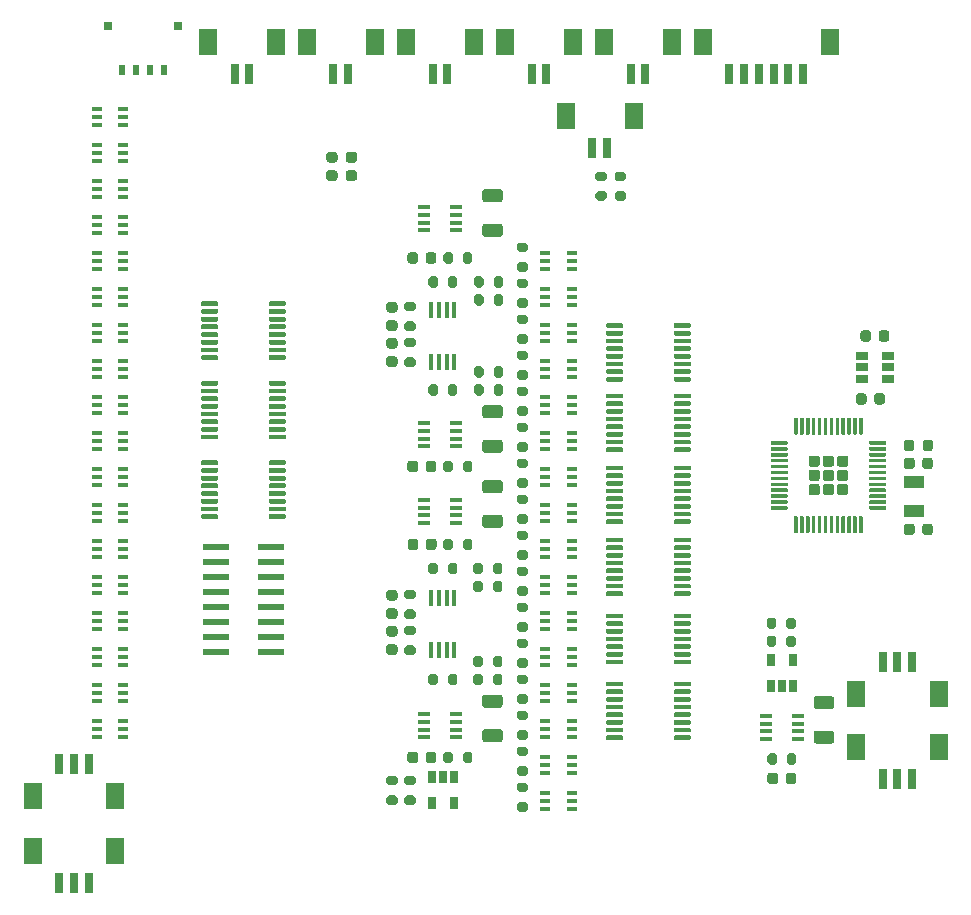
<source format=gbr>
%TF.GenerationSoftware,KiCad,Pcbnew,(5.1.10)-1*%
%TF.CreationDate,2023-09-20T18:37:59-05:00*%
%TF.ProjectId,brs_flight_computer,6272735f-666c-4696-9768-745f636f6d70,A*%
%TF.SameCoordinates,Original*%
%TF.FileFunction,Paste,Top*%
%TF.FilePolarity,Positive*%
%FSLAX46Y46*%
G04 Gerber Fmt 4.6, Leading zero omitted, Abs format (unit mm)*
G04 Created by KiCad (PCBNEW (5.1.10)-1) date 2023-09-20 18:37:59*
%MOMM*%
%LPD*%
G01*
G04 APERTURE LIST*
%ADD10R,0.700000X1.800000*%
%ADD11R,1.600000X2.200000*%
%ADD12R,1.800000X1.000000*%
%ADD13R,0.650000X1.060000*%
%ADD14R,0.450000X1.450000*%
%ADD15R,0.876300X0.355600*%
%ADD16R,2.184400X0.558800*%
%ADD17R,1.003300X0.457200*%
%ADD18R,1.060000X0.650000*%
%ADD19R,0.600000X0.850000*%
%ADD20R,0.700000X0.800000*%
G04 APERTURE END LIST*
%TO.C,U8*%
G36*
G01*
X186190000Y-104066000D02*
X186340000Y-104066000D01*
G75*
G02*
X186415000Y-104141000I0J-75000D01*
G01*
X186415000Y-105466000D01*
G75*
G02*
X186340000Y-105541000I-75000J0D01*
G01*
X186190000Y-105541000D01*
G75*
G02*
X186115000Y-105466000I0J75000D01*
G01*
X186115000Y-104141000D01*
G75*
G02*
X186190000Y-104066000I75000J0D01*
G01*
G37*
G36*
G01*
X185690000Y-104066000D02*
X185840000Y-104066000D01*
G75*
G02*
X185915000Y-104141000I0J-75000D01*
G01*
X185915000Y-105466000D01*
G75*
G02*
X185840000Y-105541000I-75000J0D01*
G01*
X185690000Y-105541000D01*
G75*
G02*
X185615000Y-105466000I0J75000D01*
G01*
X185615000Y-104141000D01*
G75*
G02*
X185690000Y-104066000I75000J0D01*
G01*
G37*
G36*
G01*
X185190000Y-104066000D02*
X185340000Y-104066000D01*
G75*
G02*
X185415000Y-104141000I0J-75000D01*
G01*
X185415000Y-105466000D01*
G75*
G02*
X185340000Y-105541000I-75000J0D01*
G01*
X185190000Y-105541000D01*
G75*
G02*
X185115000Y-105466000I0J75000D01*
G01*
X185115000Y-104141000D01*
G75*
G02*
X185190000Y-104066000I75000J0D01*
G01*
G37*
G36*
G01*
X184690000Y-104066000D02*
X184840000Y-104066000D01*
G75*
G02*
X184915000Y-104141000I0J-75000D01*
G01*
X184915000Y-105466000D01*
G75*
G02*
X184840000Y-105541000I-75000J0D01*
G01*
X184690000Y-105541000D01*
G75*
G02*
X184615000Y-105466000I0J75000D01*
G01*
X184615000Y-104141000D01*
G75*
G02*
X184690000Y-104066000I75000J0D01*
G01*
G37*
G36*
G01*
X184190000Y-104066000D02*
X184340000Y-104066000D01*
G75*
G02*
X184415000Y-104141000I0J-75000D01*
G01*
X184415000Y-105466000D01*
G75*
G02*
X184340000Y-105541000I-75000J0D01*
G01*
X184190000Y-105541000D01*
G75*
G02*
X184115000Y-105466000I0J75000D01*
G01*
X184115000Y-104141000D01*
G75*
G02*
X184190000Y-104066000I75000J0D01*
G01*
G37*
G36*
G01*
X183690000Y-104066000D02*
X183840000Y-104066000D01*
G75*
G02*
X183915000Y-104141000I0J-75000D01*
G01*
X183915000Y-105466000D01*
G75*
G02*
X183840000Y-105541000I-75000J0D01*
G01*
X183690000Y-105541000D01*
G75*
G02*
X183615000Y-105466000I0J75000D01*
G01*
X183615000Y-104141000D01*
G75*
G02*
X183690000Y-104066000I75000J0D01*
G01*
G37*
G36*
G01*
X183190000Y-104066000D02*
X183340000Y-104066000D01*
G75*
G02*
X183415000Y-104141000I0J-75000D01*
G01*
X183415000Y-105466000D01*
G75*
G02*
X183340000Y-105541000I-75000J0D01*
G01*
X183190000Y-105541000D01*
G75*
G02*
X183115000Y-105466000I0J75000D01*
G01*
X183115000Y-104141000D01*
G75*
G02*
X183190000Y-104066000I75000J0D01*
G01*
G37*
G36*
G01*
X182690000Y-104066000D02*
X182840000Y-104066000D01*
G75*
G02*
X182915000Y-104141000I0J-75000D01*
G01*
X182915000Y-105466000D01*
G75*
G02*
X182840000Y-105541000I-75000J0D01*
G01*
X182690000Y-105541000D01*
G75*
G02*
X182615000Y-105466000I0J75000D01*
G01*
X182615000Y-104141000D01*
G75*
G02*
X182690000Y-104066000I75000J0D01*
G01*
G37*
G36*
G01*
X182190000Y-104066000D02*
X182340000Y-104066000D01*
G75*
G02*
X182415000Y-104141000I0J-75000D01*
G01*
X182415000Y-105466000D01*
G75*
G02*
X182340000Y-105541000I-75000J0D01*
G01*
X182190000Y-105541000D01*
G75*
G02*
X182115000Y-105466000I0J75000D01*
G01*
X182115000Y-104141000D01*
G75*
G02*
X182190000Y-104066000I75000J0D01*
G01*
G37*
G36*
G01*
X181690000Y-104066000D02*
X181840000Y-104066000D01*
G75*
G02*
X181915000Y-104141000I0J-75000D01*
G01*
X181915000Y-105466000D01*
G75*
G02*
X181840000Y-105541000I-75000J0D01*
G01*
X181690000Y-105541000D01*
G75*
G02*
X181615000Y-105466000I0J75000D01*
G01*
X181615000Y-104141000D01*
G75*
G02*
X181690000Y-104066000I75000J0D01*
G01*
G37*
G36*
G01*
X181190000Y-104066000D02*
X181340000Y-104066000D01*
G75*
G02*
X181415000Y-104141000I0J-75000D01*
G01*
X181415000Y-105466000D01*
G75*
G02*
X181340000Y-105541000I-75000J0D01*
G01*
X181190000Y-105541000D01*
G75*
G02*
X181115000Y-105466000I0J75000D01*
G01*
X181115000Y-104141000D01*
G75*
G02*
X181190000Y-104066000I75000J0D01*
G01*
G37*
G36*
G01*
X180690000Y-104066000D02*
X180840000Y-104066000D01*
G75*
G02*
X180915000Y-104141000I0J-75000D01*
G01*
X180915000Y-105466000D01*
G75*
G02*
X180840000Y-105541000I-75000J0D01*
G01*
X180690000Y-105541000D01*
G75*
G02*
X180615000Y-105466000I0J75000D01*
G01*
X180615000Y-104141000D01*
G75*
G02*
X180690000Y-104066000I75000J0D01*
G01*
G37*
G36*
G01*
X178690000Y-106066000D02*
X180015000Y-106066000D01*
G75*
G02*
X180090000Y-106141000I0J-75000D01*
G01*
X180090000Y-106291000D01*
G75*
G02*
X180015000Y-106366000I-75000J0D01*
G01*
X178690000Y-106366000D01*
G75*
G02*
X178615000Y-106291000I0J75000D01*
G01*
X178615000Y-106141000D01*
G75*
G02*
X178690000Y-106066000I75000J0D01*
G01*
G37*
G36*
G01*
X178690000Y-106566000D02*
X180015000Y-106566000D01*
G75*
G02*
X180090000Y-106641000I0J-75000D01*
G01*
X180090000Y-106791000D01*
G75*
G02*
X180015000Y-106866000I-75000J0D01*
G01*
X178690000Y-106866000D01*
G75*
G02*
X178615000Y-106791000I0J75000D01*
G01*
X178615000Y-106641000D01*
G75*
G02*
X178690000Y-106566000I75000J0D01*
G01*
G37*
G36*
G01*
X178690000Y-107066000D02*
X180015000Y-107066000D01*
G75*
G02*
X180090000Y-107141000I0J-75000D01*
G01*
X180090000Y-107291000D01*
G75*
G02*
X180015000Y-107366000I-75000J0D01*
G01*
X178690000Y-107366000D01*
G75*
G02*
X178615000Y-107291000I0J75000D01*
G01*
X178615000Y-107141000D01*
G75*
G02*
X178690000Y-107066000I75000J0D01*
G01*
G37*
G36*
G01*
X178690000Y-107566000D02*
X180015000Y-107566000D01*
G75*
G02*
X180090000Y-107641000I0J-75000D01*
G01*
X180090000Y-107791000D01*
G75*
G02*
X180015000Y-107866000I-75000J0D01*
G01*
X178690000Y-107866000D01*
G75*
G02*
X178615000Y-107791000I0J75000D01*
G01*
X178615000Y-107641000D01*
G75*
G02*
X178690000Y-107566000I75000J0D01*
G01*
G37*
G36*
G01*
X178690000Y-108066000D02*
X180015000Y-108066000D01*
G75*
G02*
X180090000Y-108141000I0J-75000D01*
G01*
X180090000Y-108291000D01*
G75*
G02*
X180015000Y-108366000I-75000J0D01*
G01*
X178690000Y-108366000D01*
G75*
G02*
X178615000Y-108291000I0J75000D01*
G01*
X178615000Y-108141000D01*
G75*
G02*
X178690000Y-108066000I75000J0D01*
G01*
G37*
G36*
G01*
X178690000Y-108566000D02*
X180015000Y-108566000D01*
G75*
G02*
X180090000Y-108641000I0J-75000D01*
G01*
X180090000Y-108791000D01*
G75*
G02*
X180015000Y-108866000I-75000J0D01*
G01*
X178690000Y-108866000D01*
G75*
G02*
X178615000Y-108791000I0J75000D01*
G01*
X178615000Y-108641000D01*
G75*
G02*
X178690000Y-108566000I75000J0D01*
G01*
G37*
G36*
G01*
X178690000Y-109066000D02*
X180015000Y-109066000D01*
G75*
G02*
X180090000Y-109141000I0J-75000D01*
G01*
X180090000Y-109291000D01*
G75*
G02*
X180015000Y-109366000I-75000J0D01*
G01*
X178690000Y-109366000D01*
G75*
G02*
X178615000Y-109291000I0J75000D01*
G01*
X178615000Y-109141000D01*
G75*
G02*
X178690000Y-109066000I75000J0D01*
G01*
G37*
G36*
G01*
X178690000Y-109566000D02*
X180015000Y-109566000D01*
G75*
G02*
X180090000Y-109641000I0J-75000D01*
G01*
X180090000Y-109791000D01*
G75*
G02*
X180015000Y-109866000I-75000J0D01*
G01*
X178690000Y-109866000D01*
G75*
G02*
X178615000Y-109791000I0J75000D01*
G01*
X178615000Y-109641000D01*
G75*
G02*
X178690000Y-109566000I75000J0D01*
G01*
G37*
G36*
G01*
X178690000Y-110066000D02*
X180015000Y-110066000D01*
G75*
G02*
X180090000Y-110141000I0J-75000D01*
G01*
X180090000Y-110291000D01*
G75*
G02*
X180015000Y-110366000I-75000J0D01*
G01*
X178690000Y-110366000D01*
G75*
G02*
X178615000Y-110291000I0J75000D01*
G01*
X178615000Y-110141000D01*
G75*
G02*
X178690000Y-110066000I75000J0D01*
G01*
G37*
G36*
G01*
X178690000Y-110566000D02*
X180015000Y-110566000D01*
G75*
G02*
X180090000Y-110641000I0J-75000D01*
G01*
X180090000Y-110791000D01*
G75*
G02*
X180015000Y-110866000I-75000J0D01*
G01*
X178690000Y-110866000D01*
G75*
G02*
X178615000Y-110791000I0J75000D01*
G01*
X178615000Y-110641000D01*
G75*
G02*
X178690000Y-110566000I75000J0D01*
G01*
G37*
G36*
G01*
X178690000Y-111066000D02*
X180015000Y-111066000D01*
G75*
G02*
X180090000Y-111141000I0J-75000D01*
G01*
X180090000Y-111291000D01*
G75*
G02*
X180015000Y-111366000I-75000J0D01*
G01*
X178690000Y-111366000D01*
G75*
G02*
X178615000Y-111291000I0J75000D01*
G01*
X178615000Y-111141000D01*
G75*
G02*
X178690000Y-111066000I75000J0D01*
G01*
G37*
G36*
G01*
X178690000Y-111566000D02*
X180015000Y-111566000D01*
G75*
G02*
X180090000Y-111641000I0J-75000D01*
G01*
X180090000Y-111791000D01*
G75*
G02*
X180015000Y-111866000I-75000J0D01*
G01*
X178690000Y-111866000D01*
G75*
G02*
X178615000Y-111791000I0J75000D01*
G01*
X178615000Y-111641000D01*
G75*
G02*
X178690000Y-111566000I75000J0D01*
G01*
G37*
G36*
G01*
X180690000Y-112391000D02*
X180840000Y-112391000D01*
G75*
G02*
X180915000Y-112466000I0J-75000D01*
G01*
X180915000Y-113791000D01*
G75*
G02*
X180840000Y-113866000I-75000J0D01*
G01*
X180690000Y-113866000D01*
G75*
G02*
X180615000Y-113791000I0J75000D01*
G01*
X180615000Y-112466000D01*
G75*
G02*
X180690000Y-112391000I75000J0D01*
G01*
G37*
G36*
G01*
X181190000Y-112391000D02*
X181340000Y-112391000D01*
G75*
G02*
X181415000Y-112466000I0J-75000D01*
G01*
X181415000Y-113791000D01*
G75*
G02*
X181340000Y-113866000I-75000J0D01*
G01*
X181190000Y-113866000D01*
G75*
G02*
X181115000Y-113791000I0J75000D01*
G01*
X181115000Y-112466000D01*
G75*
G02*
X181190000Y-112391000I75000J0D01*
G01*
G37*
G36*
G01*
X181690000Y-112391000D02*
X181840000Y-112391000D01*
G75*
G02*
X181915000Y-112466000I0J-75000D01*
G01*
X181915000Y-113791000D01*
G75*
G02*
X181840000Y-113866000I-75000J0D01*
G01*
X181690000Y-113866000D01*
G75*
G02*
X181615000Y-113791000I0J75000D01*
G01*
X181615000Y-112466000D01*
G75*
G02*
X181690000Y-112391000I75000J0D01*
G01*
G37*
G36*
G01*
X182190000Y-112391000D02*
X182340000Y-112391000D01*
G75*
G02*
X182415000Y-112466000I0J-75000D01*
G01*
X182415000Y-113791000D01*
G75*
G02*
X182340000Y-113866000I-75000J0D01*
G01*
X182190000Y-113866000D01*
G75*
G02*
X182115000Y-113791000I0J75000D01*
G01*
X182115000Y-112466000D01*
G75*
G02*
X182190000Y-112391000I75000J0D01*
G01*
G37*
G36*
G01*
X182690000Y-112391000D02*
X182840000Y-112391000D01*
G75*
G02*
X182915000Y-112466000I0J-75000D01*
G01*
X182915000Y-113791000D01*
G75*
G02*
X182840000Y-113866000I-75000J0D01*
G01*
X182690000Y-113866000D01*
G75*
G02*
X182615000Y-113791000I0J75000D01*
G01*
X182615000Y-112466000D01*
G75*
G02*
X182690000Y-112391000I75000J0D01*
G01*
G37*
G36*
G01*
X183190000Y-112391000D02*
X183340000Y-112391000D01*
G75*
G02*
X183415000Y-112466000I0J-75000D01*
G01*
X183415000Y-113791000D01*
G75*
G02*
X183340000Y-113866000I-75000J0D01*
G01*
X183190000Y-113866000D01*
G75*
G02*
X183115000Y-113791000I0J75000D01*
G01*
X183115000Y-112466000D01*
G75*
G02*
X183190000Y-112391000I75000J0D01*
G01*
G37*
G36*
G01*
X183690000Y-112391000D02*
X183840000Y-112391000D01*
G75*
G02*
X183915000Y-112466000I0J-75000D01*
G01*
X183915000Y-113791000D01*
G75*
G02*
X183840000Y-113866000I-75000J0D01*
G01*
X183690000Y-113866000D01*
G75*
G02*
X183615000Y-113791000I0J75000D01*
G01*
X183615000Y-112466000D01*
G75*
G02*
X183690000Y-112391000I75000J0D01*
G01*
G37*
G36*
G01*
X184190000Y-112391000D02*
X184340000Y-112391000D01*
G75*
G02*
X184415000Y-112466000I0J-75000D01*
G01*
X184415000Y-113791000D01*
G75*
G02*
X184340000Y-113866000I-75000J0D01*
G01*
X184190000Y-113866000D01*
G75*
G02*
X184115000Y-113791000I0J75000D01*
G01*
X184115000Y-112466000D01*
G75*
G02*
X184190000Y-112391000I75000J0D01*
G01*
G37*
G36*
G01*
X184690000Y-112391000D02*
X184840000Y-112391000D01*
G75*
G02*
X184915000Y-112466000I0J-75000D01*
G01*
X184915000Y-113791000D01*
G75*
G02*
X184840000Y-113866000I-75000J0D01*
G01*
X184690000Y-113866000D01*
G75*
G02*
X184615000Y-113791000I0J75000D01*
G01*
X184615000Y-112466000D01*
G75*
G02*
X184690000Y-112391000I75000J0D01*
G01*
G37*
G36*
G01*
X185190000Y-112391000D02*
X185340000Y-112391000D01*
G75*
G02*
X185415000Y-112466000I0J-75000D01*
G01*
X185415000Y-113791000D01*
G75*
G02*
X185340000Y-113866000I-75000J0D01*
G01*
X185190000Y-113866000D01*
G75*
G02*
X185115000Y-113791000I0J75000D01*
G01*
X185115000Y-112466000D01*
G75*
G02*
X185190000Y-112391000I75000J0D01*
G01*
G37*
G36*
G01*
X185690000Y-112391000D02*
X185840000Y-112391000D01*
G75*
G02*
X185915000Y-112466000I0J-75000D01*
G01*
X185915000Y-113791000D01*
G75*
G02*
X185840000Y-113866000I-75000J0D01*
G01*
X185690000Y-113866000D01*
G75*
G02*
X185615000Y-113791000I0J75000D01*
G01*
X185615000Y-112466000D01*
G75*
G02*
X185690000Y-112391000I75000J0D01*
G01*
G37*
G36*
G01*
X186190000Y-112391000D02*
X186340000Y-112391000D01*
G75*
G02*
X186415000Y-112466000I0J-75000D01*
G01*
X186415000Y-113791000D01*
G75*
G02*
X186340000Y-113866000I-75000J0D01*
G01*
X186190000Y-113866000D01*
G75*
G02*
X186115000Y-113791000I0J75000D01*
G01*
X186115000Y-112466000D01*
G75*
G02*
X186190000Y-112391000I75000J0D01*
G01*
G37*
G36*
G01*
X187015000Y-111566000D02*
X188340000Y-111566000D01*
G75*
G02*
X188415000Y-111641000I0J-75000D01*
G01*
X188415000Y-111791000D01*
G75*
G02*
X188340000Y-111866000I-75000J0D01*
G01*
X187015000Y-111866000D01*
G75*
G02*
X186940000Y-111791000I0J75000D01*
G01*
X186940000Y-111641000D01*
G75*
G02*
X187015000Y-111566000I75000J0D01*
G01*
G37*
G36*
G01*
X187015000Y-111066000D02*
X188340000Y-111066000D01*
G75*
G02*
X188415000Y-111141000I0J-75000D01*
G01*
X188415000Y-111291000D01*
G75*
G02*
X188340000Y-111366000I-75000J0D01*
G01*
X187015000Y-111366000D01*
G75*
G02*
X186940000Y-111291000I0J75000D01*
G01*
X186940000Y-111141000D01*
G75*
G02*
X187015000Y-111066000I75000J0D01*
G01*
G37*
G36*
G01*
X187015000Y-110566000D02*
X188340000Y-110566000D01*
G75*
G02*
X188415000Y-110641000I0J-75000D01*
G01*
X188415000Y-110791000D01*
G75*
G02*
X188340000Y-110866000I-75000J0D01*
G01*
X187015000Y-110866000D01*
G75*
G02*
X186940000Y-110791000I0J75000D01*
G01*
X186940000Y-110641000D01*
G75*
G02*
X187015000Y-110566000I75000J0D01*
G01*
G37*
G36*
G01*
X187015000Y-110066000D02*
X188340000Y-110066000D01*
G75*
G02*
X188415000Y-110141000I0J-75000D01*
G01*
X188415000Y-110291000D01*
G75*
G02*
X188340000Y-110366000I-75000J0D01*
G01*
X187015000Y-110366000D01*
G75*
G02*
X186940000Y-110291000I0J75000D01*
G01*
X186940000Y-110141000D01*
G75*
G02*
X187015000Y-110066000I75000J0D01*
G01*
G37*
G36*
G01*
X187015000Y-109566000D02*
X188340000Y-109566000D01*
G75*
G02*
X188415000Y-109641000I0J-75000D01*
G01*
X188415000Y-109791000D01*
G75*
G02*
X188340000Y-109866000I-75000J0D01*
G01*
X187015000Y-109866000D01*
G75*
G02*
X186940000Y-109791000I0J75000D01*
G01*
X186940000Y-109641000D01*
G75*
G02*
X187015000Y-109566000I75000J0D01*
G01*
G37*
G36*
G01*
X187015000Y-109066000D02*
X188340000Y-109066000D01*
G75*
G02*
X188415000Y-109141000I0J-75000D01*
G01*
X188415000Y-109291000D01*
G75*
G02*
X188340000Y-109366000I-75000J0D01*
G01*
X187015000Y-109366000D01*
G75*
G02*
X186940000Y-109291000I0J75000D01*
G01*
X186940000Y-109141000D01*
G75*
G02*
X187015000Y-109066000I75000J0D01*
G01*
G37*
G36*
G01*
X187015000Y-108566000D02*
X188340000Y-108566000D01*
G75*
G02*
X188415000Y-108641000I0J-75000D01*
G01*
X188415000Y-108791000D01*
G75*
G02*
X188340000Y-108866000I-75000J0D01*
G01*
X187015000Y-108866000D01*
G75*
G02*
X186940000Y-108791000I0J75000D01*
G01*
X186940000Y-108641000D01*
G75*
G02*
X187015000Y-108566000I75000J0D01*
G01*
G37*
G36*
G01*
X187015000Y-108066000D02*
X188340000Y-108066000D01*
G75*
G02*
X188415000Y-108141000I0J-75000D01*
G01*
X188415000Y-108291000D01*
G75*
G02*
X188340000Y-108366000I-75000J0D01*
G01*
X187015000Y-108366000D01*
G75*
G02*
X186940000Y-108291000I0J75000D01*
G01*
X186940000Y-108141000D01*
G75*
G02*
X187015000Y-108066000I75000J0D01*
G01*
G37*
G36*
G01*
X187015000Y-107566000D02*
X188340000Y-107566000D01*
G75*
G02*
X188415000Y-107641000I0J-75000D01*
G01*
X188415000Y-107791000D01*
G75*
G02*
X188340000Y-107866000I-75000J0D01*
G01*
X187015000Y-107866000D01*
G75*
G02*
X186940000Y-107791000I0J75000D01*
G01*
X186940000Y-107641000D01*
G75*
G02*
X187015000Y-107566000I75000J0D01*
G01*
G37*
G36*
G01*
X187015000Y-107066000D02*
X188340000Y-107066000D01*
G75*
G02*
X188415000Y-107141000I0J-75000D01*
G01*
X188415000Y-107291000D01*
G75*
G02*
X188340000Y-107366000I-75000J0D01*
G01*
X187015000Y-107366000D01*
G75*
G02*
X186940000Y-107291000I0J75000D01*
G01*
X186940000Y-107141000D01*
G75*
G02*
X187015000Y-107066000I75000J0D01*
G01*
G37*
G36*
G01*
X187015000Y-106566000D02*
X188340000Y-106566000D01*
G75*
G02*
X188415000Y-106641000I0J-75000D01*
G01*
X188415000Y-106791000D01*
G75*
G02*
X188340000Y-106866000I-75000J0D01*
G01*
X187015000Y-106866000D01*
G75*
G02*
X186940000Y-106791000I0J75000D01*
G01*
X186940000Y-106641000D01*
G75*
G02*
X187015000Y-106566000I75000J0D01*
G01*
G37*
G36*
G01*
X187015000Y-106066000D02*
X188340000Y-106066000D01*
G75*
G02*
X188415000Y-106141000I0J-75000D01*
G01*
X188415000Y-106291000D01*
G75*
G02*
X188340000Y-106366000I-75000J0D01*
G01*
X187015000Y-106366000D01*
G75*
G02*
X186940000Y-106291000I0J75000D01*
G01*
X186940000Y-106141000D01*
G75*
G02*
X187015000Y-106066000I75000J0D01*
G01*
G37*
G36*
G01*
X184472500Y-107281000D02*
X184957500Y-107281000D01*
G75*
G02*
X185200000Y-107523500I0J-242500D01*
G01*
X185200000Y-108008500D01*
G75*
G02*
X184957500Y-108251000I-242500J0D01*
G01*
X184472500Y-108251000D01*
G75*
G02*
X184230000Y-108008500I0J242500D01*
G01*
X184230000Y-107523500D01*
G75*
G02*
X184472500Y-107281000I242500J0D01*
G01*
G37*
G36*
G01*
X183272500Y-107281000D02*
X183757500Y-107281000D01*
G75*
G02*
X184000000Y-107523500I0J-242500D01*
G01*
X184000000Y-108008500D01*
G75*
G02*
X183757500Y-108251000I-242500J0D01*
G01*
X183272500Y-108251000D01*
G75*
G02*
X183030000Y-108008500I0J242500D01*
G01*
X183030000Y-107523500D01*
G75*
G02*
X183272500Y-107281000I242500J0D01*
G01*
G37*
G36*
G01*
X182072500Y-107281000D02*
X182557500Y-107281000D01*
G75*
G02*
X182800000Y-107523500I0J-242500D01*
G01*
X182800000Y-108008500D01*
G75*
G02*
X182557500Y-108251000I-242500J0D01*
G01*
X182072500Y-108251000D01*
G75*
G02*
X181830000Y-108008500I0J242500D01*
G01*
X181830000Y-107523500D01*
G75*
G02*
X182072500Y-107281000I242500J0D01*
G01*
G37*
G36*
G01*
X184472500Y-108481000D02*
X184957500Y-108481000D01*
G75*
G02*
X185200000Y-108723500I0J-242500D01*
G01*
X185200000Y-109208500D01*
G75*
G02*
X184957500Y-109451000I-242500J0D01*
G01*
X184472500Y-109451000D01*
G75*
G02*
X184230000Y-109208500I0J242500D01*
G01*
X184230000Y-108723500D01*
G75*
G02*
X184472500Y-108481000I242500J0D01*
G01*
G37*
G36*
G01*
X183272500Y-108481000D02*
X183757500Y-108481000D01*
G75*
G02*
X184000000Y-108723500I0J-242500D01*
G01*
X184000000Y-109208500D01*
G75*
G02*
X183757500Y-109451000I-242500J0D01*
G01*
X183272500Y-109451000D01*
G75*
G02*
X183030000Y-109208500I0J242500D01*
G01*
X183030000Y-108723500D01*
G75*
G02*
X183272500Y-108481000I242500J0D01*
G01*
G37*
G36*
G01*
X182072500Y-108481000D02*
X182557500Y-108481000D01*
G75*
G02*
X182800000Y-108723500I0J-242500D01*
G01*
X182800000Y-109208500D01*
G75*
G02*
X182557500Y-109451000I-242500J0D01*
G01*
X182072500Y-109451000D01*
G75*
G02*
X181830000Y-109208500I0J242500D01*
G01*
X181830000Y-108723500D01*
G75*
G02*
X182072500Y-108481000I242500J0D01*
G01*
G37*
G36*
G01*
X184472500Y-109681000D02*
X184957500Y-109681000D01*
G75*
G02*
X185200000Y-109923500I0J-242500D01*
G01*
X185200000Y-110408500D01*
G75*
G02*
X184957500Y-110651000I-242500J0D01*
G01*
X184472500Y-110651000D01*
G75*
G02*
X184230000Y-110408500I0J242500D01*
G01*
X184230000Y-109923500D01*
G75*
G02*
X184472500Y-109681000I242500J0D01*
G01*
G37*
G36*
G01*
X183272500Y-109681000D02*
X183757500Y-109681000D01*
G75*
G02*
X184000000Y-109923500I0J-242500D01*
G01*
X184000000Y-110408500D01*
G75*
G02*
X183757500Y-110651000I-242500J0D01*
G01*
X183272500Y-110651000D01*
G75*
G02*
X183030000Y-110408500I0J242500D01*
G01*
X183030000Y-109923500D01*
G75*
G02*
X183272500Y-109681000I242500J0D01*
G01*
G37*
G36*
G01*
X182072500Y-109681000D02*
X182557500Y-109681000D01*
G75*
G02*
X182800000Y-109923500I0J-242500D01*
G01*
X182800000Y-110408500D01*
G75*
G02*
X182557500Y-110651000I-242500J0D01*
G01*
X182072500Y-110651000D01*
G75*
G02*
X181830000Y-110408500I0J242500D01*
G01*
X181830000Y-109923500D01*
G75*
G02*
X182072500Y-109681000I242500J0D01*
G01*
G37*
%TD*%
D10*
%TO.C,J4*%
X163522500Y-81269500D03*
X164772500Y-81269500D03*
D11*
X167022500Y-78569500D03*
X161272500Y-78569500D03*
%TD*%
%TO.C,U5*%
G36*
G01*
X131860000Y-105616500D02*
X131860000Y-105816500D01*
G75*
G02*
X131760000Y-105916500I-100000J0D01*
G01*
X130485000Y-105916500D01*
G75*
G02*
X130385000Y-105816500I0J100000D01*
G01*
X130385000Y-105616500D01*
G75*
G02*
X130485000Y-105516500I100000J0D01*
G01*
X131760000Y-105516500D01*
G75*
G02*
X131860000Y-105616500I0J-100000D01*
G01*
G37*
G36*
G01*
X131860000Y-104966500D02*
X131860000Y-105166500D01*
G75*
G02*
X131760000Y-105266500I-100000J0D01*
G01*
X130485000Y-105266500D01*
G75*
G02*
X130385000Y-105166500I0J100000D01*
G01*
X130385000Y-104966500D01*
G75*
G02*
X130485000Y-104866500I100000J0D01*
G01*
X131760000Y-104866500D01*
G75*
G02*
X131860000Y-104966500I0J-100000D01*
G01*
G37*
G36*
G01*
X131860000Y-104316500D02*
X131860000Y-104516500D01*
G75*
G02*
X131760000Y-104616500I-100000J0D01*
G01*
X130485000Y-104616500D01*
G75*
G02*
X130385000Y-104516500I0J100000D01*
G01*
X130385000Y-104316500D01*
G75*
G02*
X130485000Y-104216500I100000J0D01*
G01*
X131760000Y-104216500D01*
G75*
G02*
X131860000Y-104316500I0J-100000D01*
G01*
G37*
G36*
G01*
X131860000Y-103666500D02*
X131860000Y-103866500D01*
G75*
G02*
X131760000Y-103966500I-100000J0D01*
G01*
X130485000Y-103966500D01*
G75*
G02*
X130385000Y-103866500I0J100000D01*
G01*
X130385000Y-103666500D01*
G75*
G02*
X130485000Y-103566500I100000J0D01*
G01*
X131760000Y-103566500D01*
G75*
G02*
X131860000Y-103666500I0J-100000D01*
G01*
G37*
G36*
G01*
X131860000Y-103016500D02*
X131860000Y-103216500D01*
G75*
G02*
X131760000Y-103316500I-100000J0D01*
G01*
X130485000Y-103316500D01*
G75*
G02*
X130385000Y-103216500I0J100000D01*
G01*
X130385000Y-103016500D01*
G75*
G02*
X130485000Y-102916500I100000J0D01*
G01*
X131760000Y-102916500D01*
G75*
G02*
X131860000Y-103016500I0J-100000D01*
G01*
G37*
G36*
G01*
X131860000Y-102366500D02*
X131860000Y-102566500D01*
G75*
G02*
X131760000Y-102666500I-100000J0D01*
G01*
X130485000Y-102666500D01*
G75*
G02*
X130385000Y-102566500I0J100000D01*
G01*
X130385000Y-102366500D01*
G75*
G02*
X130485000Y-102266500I100000J0D01*
G01*
X131760000Y-102266500D01*
G75*
G02*
X131860000Y-102366500I0J-100000D01*
G01*
G37*
G36*
G01*
X131860000Y-101716500D02*
X131860000Y-101916500D01*
G75*
G02*
X131760000Y-102016500I-100000J0D01*
G01*
X130485000Y-102016500D01*
G75*
G02*
X130385000Y-101916500I0J100000D01*
G01*
X130385000Y-101716500D01*
G75*
G02*
X130485000Y-101616500I100000J0D01*
G01*
X131760000Y-101616500D01*
G75*
G02*
X131860000Y-101716500I0J-100000D01*
G01*
G37*
G36*
G01*
X131860000Y-101066500D02*
X131860000Y-101266500D01*
G75*
G02*
X131760000Y-101366500I-100000J0D01*
G01*
X130485000Y-101366500D01*
G75*
G02*
X130385000Y-101266500I0J100000D01*
G01*
X130385000Y-101066500D01*
G75*
G02*
X130485000Y-100966500I100000J0D01*
G01*
X131760000Y-100966500D01*
G75*
G02*
X131860000Y-101066500I0J-100000D01*
G01*
G37*
G36*
G01*
X137585000Y-101066500D02*
X137585000Y-101266500D01*
G75*
G02*
X137485000Y-101366500I-100000J0D01*
G01*
X136210000Y-101366500D01*
G75*
G02*
X136110000Y-101266500I0J100000D01*
G01*
X136110000Y-101066500D01*
G75*
G02*
X136210000Y-100966500I100000J0D01*
G01*
X137485000Y-100966500D01*
G75*
G02*
X137585000Y-101066500I0J-100000D01*
G01*
G37*
G36*
G01*
X137585000Y-101716500D02*
X137585000Y-101916500D01*
G75*
G02*
X137485000Y-102016500I-100000J0D01*
G01*
X136210000Y-102016500D01*
G75*
G02*
X136110000Y-101916500I0J100000D01*
G01*
X136110000Y-101716500D01*
G75*
G02*
X136210000Y-101616500I100000J0D01*
G01*
X137485000Y-101616500D01*
G75*
G02*
X137585000Y-101716500I0J-100000D01*
G01*
G37*
G36*
G01*
X137585000Y-102366500D02*
X137585000Y-102566500D01*
G75*
G02*
X137485000Y-102666500I-100000J0D01*
G01*
X136210000Y-102666500D01*
G75*
G02*
X136110000Y-102566500I0J100000D01*
G01*
X136110000Y-102366500D01*
G75*
G02*
X136210000Y-102266500I100000J0D01*
G01*
X137485000Y-102266500D01*
G75*
G02*
X137585000Y-102366500I0J-100000D01*
G01*
G37*
G36*
G01*
X137585000Y-103016500D02*
X137585000Y-103216500D01*
G75*
G02*
X137485000Y-103316500I-100000J0D01*
G01*
X136210000Y-103316500D01*
G75*
G02*
X136110000Y-103216500I0J100000D01*
G01*
X136110000Y-103016500D01*
G75*
G02*
X136210000Y-102916500I100000J0D01*
G01*
X137485000Y-102916500D01*
G75*
G02*
X137585000Y-103016500I0J-100000D01*
G01*
G37*
G36*
G01*
X137585000Y-103666500D02*
X137585000Y-103866500D01*
G75*
G02*
X137485000Y-103966500I-100000J0D01*
G01*
X136210000Y-103966500D01*
G75*
G02*
X136110000Y-103866500I0J100000D01*
G01*
X136110000Y-103666500D01*
G75*
G02*
X136210000Y-103566500I100000J0D01*
G01*
X137485000Y-103566500D01*
G75*
G02*
X137585000Y-103666500I0J-100000D01*
G01*
G37*
G36*
G01*
X137585000Y-104316500D02*
X137585000Y-104516500D01*
G75*
G02*
X137485000Y-104616500I-100000J0D01*
G01*
X136210000Y-104616500D01*
G75*
G02*
X136110000Y-104516500I0J100000D01*
G01*
X136110000Y-104316500D01*
G75*
G02*
X136210000Y-104216500I100000J0D01*
G01*
X137485000Y-104216500D01*
G75*
G02*
X137585000Y-104316500I0J-100000D01*
G01*
G37*
G36*
G01*
X137585000Y-104966500D02*
X137585000Y-105166500D01*
G75*
G02*
X137485000Y-105266500I-100000J0D01*
G01*
X136210000Y-105266500D01*
G75*
G02*
X136110000Y-105166500I0J100000D01*
G01*
X136110000Y-104966500D01*
G75*
G02*
X136210000Y-104866500I100000J0D01*
G01*
X137485000Y-104866500D01*
G75*
G02*
X137585000Y-104966500I0J-100000D01*
G01*
G37*
G36*
G01*
X137585000Y-105616500D02*
X137585000Y-105816500D01*
G75*
G02*
X137485000Y-105916500I-100000J0D01*
G01*
X136210000Y-105916500D01*
G75*
G02*
X136110000Y-105816500I0J100000D01*
G01*
X136110000Y-105616500D01*
G75*
G02*
X136210000Y-105516500I100000J0D01*
G01*
X137485000Y-105516500D01*
G75*
G02*
X137585000Y-105616500I0J-100000D01*
G01*
G37*
%TD*%
%TO.C,U15*%
G36*
G01*
X131860000Y-112347500D02*
X131860000Y-112547500D01*
G75*
G02*
X131760000Y-112647500I-100000J0D01*
G01*
X130485000Y-112647500D01*
G75*
G02*
X130385000Y-112547500I0J100000D01*
G01*
X130385000Y-112347500D01*
G75*
G02*
X130485000Y-112247500I100000J0D01*
G01*
X131760000Y-112247500D01*
G75*
G02*
X131860000Y-112347500I0J-100000D01*
G01*
G37*
G36*
G01*
X131860000Y-111697500D02*
X131860000Y-111897500D01*
G75*
G02*
X131760000Y-111997500I-100000J0D01*
G01*
X130485000Y-111997500D01*
G75*
G02*
X130385000Y-111897500I0J100000D01*
G01*
X130385000Y-111697500D01*
G75*
G02*
X130485000Y-111597500I100000J0D01*
G01*
X131760000Y-111597500D01*
G75*
G02*
X131860000Y-111697500I0J-100000D01*
G01*
G37*
G36*
G01*
X131860000Y-111047500D02*
X131860000Y-111247500D01*
G75*
G02*
X131760000Y-111347500I-100000J0D01*
G01*
X130485000Y-111347500D01*
G75*
G02*
X130385000Y-111247500I0J100000D01*
G01*
X130385000Y-111047500D01*
G75*
G02*
X130485000Y-110947500I100000J0D01*
G01*
X131760000Y-110947500D01*
G75*
G02*
X131860000Y-111047500I0J-100000D01*
G01*
G37*
G36*
G01*
X131860000Y-110397500D02*
X131860000Y-110597500D01*
G75*
G02*
X131760000Y-110697500I-100000J0D01*
G01*
X130485000Y-110697500D01*
G75*
G02*
X130385000Y-110597500I0J100000D01*
G01*
X130385000Y-110397500D01*
G75*
G02*
X130485000Y-110297500I100000J0D01*
G01*
X131760000Y-110297500D01*
G75*
G02*
X131860000Y-110397500I0J-100000D01*
G01*
G37*
G36*
G01*
X131860000Y-109747500D02*
X131860000Y-109947500D01*
G75*
G02*
X131760000Y-110047500I-100000J0D01*
G01*
X130485000Y-110047500D01*
G75*
G02*
X130385000Y-109947500I0J100000D01*
G01*
X130385000Y-109747500D01*
G75*
G02*
X130485000Y-109647500I100000J0D01*
G01*
X131760000Y-109647500D01*
G75*
G02*
X131860000Y-109747500I0J-100000D01*
G01*
G37*
G36*
G01*
X131860000Y-109097500D02*
X131860000Y-109297500D01*
G75*
G02*
X131760000Y-109397500I-100000J0D01*
G01*
X130485000Y-109397500D01*
G75*
G02*
X130385000Y-109297500I0J100000D01*
G01*
X130385000Y-109097500D01*
G75*
G02*
X130485000Y-108997500I100000J0D01*
G01*
X131760000Y-108997500D01*
G75*
G02*
X131860000Y-109097500I0J-100000D01*
G01*
G37*
G36*
G01*
X131860000Y-108447500D02*
X131860000Y-108647500D01*
G75*
G02*
X131760000Y-108747500I-100000J0D01*
G01*
X130485000Y-108747500D01*
G75*
G02*
X130385000Y-108647500I0J100000D01*
G01*
X130385000Y-108447500D01*
G75*
G02*
X130485000Y-108347500I100000J0D01*
G01*
X131760000Y-108347500D01*
G75*
G02*
X131860000Y-108447500I0J-100000D01*
G01*
G37*
G36*
G01*
X131860000Y-107797500D02*
X131860000Y-107997500D01*
G75*
G02*
X131760000Y-108097500I-100000J0D01*
G01*
X130485000Y-108097500D01*
G75*
G02*
X130385000Y-107997500I0J100000D01*
G01*
X130385000Y-107797500D01*
G75*
G02*
X130485000Y-107697500I100000J0D01*
G01*
X131760000Y-107697500D01*
G75*
G02*
X131860000Y-107797500I0J-100000D01*
G01*
G37*
G36*
G01*
X137585000Y-107797500D02*
X137585000Y-107997500D01*
G75*
G02*
X137485000Y-108097500I-100000J0D01*
G01*
X136210000Y-108097500D01*
G75*
G02*
X136110000Y-107997500I0J100000D01*
G01*
X136110000Y-107797500D01*
G75*
G02*
X136210000Y-107697500I100000J0D01*
G01*
X137485000Y-107697500D01*
G75*
G02*
X137585000Y-107797500I0J-100000D01*
G01*
G37*
G36*
G01*
X137585000Y-108447500D02*
X137585000Y-108647500D01*
G75*
G02*
X137485000Y-108747500I-100000J0D01*
G01*
X136210000Y-108747500D01*
G75*
G02*
X136110000Y-108647500I0J100000D01*
G01*
X136110000Y-108447500D01*
G75*
G02*
X136210000Y-108347500I100000J0D01*
G01*
X137485000Y-108347500D01*
G75*
G02*
X137585000Y-108447500I0J-100000D01*
G01*
G37*
G36*
G01*
X137585000Y-109097500D02*
X137585000Y-109297500D01*
G75*
G02*
X137485000Y-109397500I-100000J0D01*
G01*
X136210000Y-109397500D01*
G75*
G02*
X136110000Y-109297500I0J100000D01*
G01*
X136110000Y-109097500D01*
G75*
G02*
X136210000Y-108997500I100000J0D01*
G01*
X137485000Y-108997500D01*
G75*
G02*
X137585000Y-109097500I0J-100000D01*
G01*
G37*
G36*
G01*
X137585000Y-109747500D02*
X137585000Y-109947500D01*
G75*
G02*
X137485000Y-110047500I-100000J0D01*
G01*
X136210000Y-110047500D01*
G75*
G02*
X136110000Y-109947500I0J100000D01*
G01*
X136110000Y-109747500D01*
G75*
G02*
X136210000Y-109647500I100000J0D01*
G01*
X137485000Y-109647500D01*
G75*
G02*
X137585000Y-109747500I0J-100000D01*
G01*
G37*
G36*
G01*
X137585000Y-110397500D02*
X137585000Y-110597500D01*
G75*
G02*
X137485000Y-110697500I-100000J0D01*
G01*
X136210000Y-110697500D01*
G75*
G02*
X136110000Y-110597500I0J100000D01*
G01*
X136110000Y-110397500D01*
G75*
G02*
X136210000Y-110297500I100000J0D01*
G01*
X137485000Y-110297500D01*
G75*
G02*
X137585000Y-110397500I0J-100000D01*
G01*
G37*
G36*
G01*
X137585000Y-111047500D02*
X137585000Y-111247500D01*
G75*
G02*
X137485000Y-111347500I-100000J0D01*
G01*
X136210000Y-111347500D01*
G75*
G02*
X136110000Y-111247500I0J100000D01*
G01*
X136110000Y-111047500D01*
G75*
G02*
X136210000Y-110947500I100000J0D01*
G01*
X137485000Y-110947500D01*
G75*
G02*
X137585000Y-111047500I0J-100000D01*
G01*
G37*
G36*
G01*
X137585000Y-111697500D02*
X137585000Y-111897500D01*
G75*
G02*
X137485000Y-111997500I-100000J0D01*
G01*
X136210000Y-111997500D01*
G75*
G02*
X136110000Y-111897500I0J100000D01*
G01*
X136110000Y-111697500D01*
G75*
G02*
X136210000Y-111597500I100000J0D01*
G01*
X137485000Y-111597500D01*
G75*
G02*
X137585000Y-111697500I0J-100000D01*
G01*
G37*
G36*
G01*
X137585000Y-112347500D02*
X137585000Y-112547500D01*
G75*
G02*
X137485000Y-112647500I-100000J0D01*
G01*
X136210000Y-112647500D01*
G75*
G02*
X136110000Y-112547500I0J100000D01*
G01*
X136110000Y-112347500D01*
G75*
G02*
X136210000Y-112247500I100000J0D01*
G01*
X137485000Y-112247500D01*
G75*
G02*
X137585000Y-112347500I0J-100000D01*
G01*
G37*
%TD*%
%TO.C,U4*%
G36*
G01*
X131860000Y-98885500D02*
X131860000Y-99085500D01*
G75*
G02*
X131760000Y-99185500I-100000J0D01*
G01*
X130485000Y-99185500D01*
G75*
G02*
X130385000Y-99085500I0J100000D01*
G01*
X130385000Y-98885500D01*
G75*
G02*
X130485000Y-98785500I100000J0D01*
G01*
X131760000Y-98785500D01*
G75*
G02*
X131860000Y-98885500I0J-100000D01*
G01*
G37*
G36*
G01*
X131860000Y-98235500D02*
X131860000Y-98435500D01*
G75*
G02*
X131760000Y-98535500I-100000J0D01*
G01*
X130485000Y-98535500D01*
G75*
G02*
X130385000Y-98435500I0J100000D01*
G01*
X130385000Y-98235500D01*
G75*
G02*
X130485000Y-98135500I100000J0D01*
G01*
X131760000Y-98135500D01*
G75*
G02*
X131860000Y-98235500I0J-100000D01*
G01*
G37*
G36*
G01*
X131860000Y-97585500D02*
X131860000Y-97785500D01*
G75*
G02*
X131760000Y-97885500I-100000J0D01*
G01*
X130485000Y-97885500D01*
G75*
G02*
X130385000Y-97785500I0J100000D01*
G01*
X130385000Y-97585500D01*
G75*
G02*
X130485000Y-97485500I100000J0D01*
G01*
X131760000Y-97485500D01*
G75*
G02*
X131860000Y-97585500I0J-100000D01*
G01*
G37*
G36*
G01*
X131860000Y-96935500D02*
X131860000Y-97135500D01*
G75*
G02*
X131760000Y-97235500I-100000J0D01*
G01*
X130485000Y-97235500D01*
G75*
G02*
X130385000Y-97135500I0J100000D01*
G01*
X130385000Y-96935500D01*
G75*
G02*
X130485000Y-96835500I100000J0D01*
G01*
X131760000Y-96835500D01*
G75*
G02*
X131860000Y-96935500I0J-100000D01*
G01*
G37*
G36*
G01*
X131860000Y-96285500D02*
X131860000Y-96485500D01*
G75*
G02*
X131760000Y-96585500I-100000J0D01*
G01*
X130485000Y-96585500D01*
G75*
G02*
X130385000Y-96485500I0J100000D01*
G01*
X130385000Y-96285500D01*
G75*
G02*
X130485000Y-96185500I100000J0D01*
G01*
X131760000Y-96185500D01*
G75*
G02*
X131860000Y-96285500I0J-100000D01*
G01*
G37*
G36*
G01*
X131860000Y-95635500D02*
X131860000Y-95835500D01*
G75*
G02*
X131760000Y-95935500I-100000J0D01*
G01*
X130485000Y-95935500D01*
G75*
G02*
X130385000Y-95835500I0J100000D01*
G01*
X130385000Y-95635500D01*
G75*
G02*
X130485000Y-95535500I100000J0D01*
G01*
X131760000Y-95535500D01*
G75*
G02*
X131860000Y-95635500I0J-100000D01*
G01*
G37*
G36*
G01*
X131860000Y-94985500D02*
X131860000Y-95185500D01*
G75*
G02*
X131760000Y-95285500I-100000J0D01*
G01*
X130485000Y-95285500D01*
G75*
G02*
X130385000Y-95185500I0J100000D01*
G01*
X130385000Y-94985500D01*
G75*
G02*
X130485000Y-94885500I100000J0D01*
G01*
X131760000Y-94885500D01*
G75*
G02*
X131860000Y-94985500I0J-100000D01*
G01*
G37*
G36*
G01*
X131860000Y-94335500D02*
X131860000Y-94535500D01*
G75*
G02*
X131760000Y-94635500I-100000J0D01*
G01*
X130485000Y-94635500D01*
G75*
G02*
X130385000Y-94535500I0J100000D01*
G01*
X130385000Y-94335500D01*
G75*
G02*
X130485000Y-94235500I100000J0D01*
G01*
X131760000Y-94235500D01*
G75*
G02*
X131860000Y-94335500I0J-100000D01*
G01*
G37*
G36*
G01*
X137585000Y-94335500D02*
X137585000Y-94535500D01*
G75*
G02*
X137485000Y-94635500I-100000J0D01*
G01*
X136210000Y-94635500D01*
G75*
G02*
X136110000Y-94535500I0J100000D01*
G01*
X136110000Y-94335500D01*
G75*
G02*
X136210000Y-94235500I100000J0D01*
G01*
X137485000Y-94235500D01*
G75*
G02*
X137585000Y-94335500I0J-100000D01*
G01*
G37*
G36*
G01*
X137585000Y-94985500D02*
X137585000Y-95185500D01*
G75*
G02*
X137485000Y-95285500I-100000J0D01*
G01*
X136210000Y-95285500D01*
G75*
G02*
X136110000Y-95185500I0J100000D01*
G01*
X136110000Y-94985500D01*
G75*
G02*
X136210000Y-94885500I100000J0D01*
G01*
X137485000Y-94885500D01*
G75*
G02*
X137585000Y-94985500I0J-100000D01*
G01*
G37*
G36*
G01*
X137585000Y-95635500D02*
X137585000Y-95835500D01*
G75*
G02*
X137485000Y-95935500I-100000J0D01*
G01*
X136210000Y-95935500D01*
G75*
G02*
X136110000Y-95835500I0J100000D01*
G01*
X136110000Y-95635500D01*
G75*
G02*
X136210000Y-95535500I100000J0D01*
G01*
X137485000Y-95535500D01*
G75*
G02*
X137585000Y-95635500I0J-100000D01*
G01*
G37*
G36*
G01*
X137585000Y-96285500D02*
X137585000Y-96485500D01*
G75*
G02*
X137485000Y-96585500I-100000J0D01*
G01*
X136210000Y-96585500D01*
G75*
G02*
X136110000Y-96485500I0J100000D01*
G01*
X136110000Y-96285500D01*
G75*
G02*
X136210000Y-96185500I100000J0D01*
G01*
X137485000Y-96185500D01*
G75*
G02*
X137585000Y-96285500I0J-100000D01*
G01*
G37*
G36*
G01*
X137585000Y-96935500D02*
X137585000Y-97135500D01*
G75*
G02*
X137485000Y-97235500I-100000J0D01*
G01*
X136210000Y-97235500D01*
G75*
G02*
X136110000Y-97135500I0J100000D01*
G01*
X136110000Y-96935500D01*
G75*
G02*
X136210000Y-96835500I100000J0D01*
G01*
X137485000Y-96835500D01*
G75*
G02*
X137585000Y-96935500I0J-100000D01*
G01*
G37*
G36*
G01*
X137585000Y-97585500D02*
X137585000Y-97785500D01*
G75*
G02*
X137485000Y-97885500I-100000J0D01*
G01*
X136210000Y-97885500D01*
G75*
G02*
X136110000Y-97785500I0J100000D01*
G01*
X136110000Y-97585500D01*
G75*
G02*
X136210000Y-97485500I100000J0D01*
G01*
X137485000Y-97485500D01*
G75*
G02*
X137585000Y-97585500I0J-100000D01*
G01*
G37*
G36*
G01*
X137585000Y-98235500D02*
X137585000Y-98435500D01*
G75*
G02*
X137485000Y-98535500I-100000J0D01*
G01*
X136210000Y-98535500D01*
G75*
G02*
X136110000Y-98435500I0J100000D01*
G01*
X136110000Y-98235500D01*
G75*
G02*
X136210000Y-98135500I100000J0D01*
G01*
X137485000Y-98135500D01*
G75*
G02*
X137585000Y-98235500I0J-100000D01*
G01*
G37*
G36*
G01*
X137585000Y-98885500D02*
X137585000Y-99085500D01*
G75*
G02*
X137485000Y-99185500I-100000J0D01*
G01*
X136210000Y-99185500D01*
G75*
G02*
X136110000Y-99085500I0J100000D01*
G01*
X136110000Y-98885500D01*
G75*
G02*
X136210000Y-98785500I100000J0D01*
G01*
X137485000Y-98785500D01*
G75*
G02*
X137585000Y-98885500I0J-100000D01*
G01*
G37*
%TD*%
D12*
%TO.C,Y1*%
X190754000Y-111994000D03*
X190754000Y-109494000D03*
%TD*%
%TO.C,C18*%
G36*
G01*
X187127000Y-96905000D02*
X187127000Y-97405000D01*
G75*
G02*
X186902000Y-97630000I-225000J0D01*
G01*
X186452000Y-97630000D01*
G75*
G02*
X186227000Y-97405000I0J225000D01*
G01*
X186227000Y-96905000D01*
G75*
G02*
X186452000Y-96680000I225000J0D01*
G01*
X186902000Y-96680000D01*
G75*
G02*
X187127000Y-96905000I0J-225000D01*
G01*
G37*
G36*
G01*
X188677000Y-96905000D02*
X188677000Y-97405000D01*
G75*
G02*
X188452000Y-97630000I-225000J0D01*
G01*
X188002000Y-97630000D01*
G75*
G02*
X187777000Y-97405000I0J225000D01*
G01*
X187777000Y-96905000D01*
G75*
G02*
X188002000Y-96680000I225000J0D01*
G01*
X188452000Y-96680000D01*
G75*
G02*
X188677000Y-96905000I0J-225000D01*
G01*
G37*
%TD*%
D13*
%TO.C,U3*%
X178628000Y-124630000D03*
X180528000Y-124630000D03*
X180528000Y-126830000D03*
X179578000Y-126830000D03*
X178628000Y-126830000D03*
%TD*%
%TO.C,C111*%
G36*
G01*
X186746000Y-102239000D02*
X186746000Y-102739000D01*
G75*
G02*
X186521000Y-102964000I-225000J0D01*
G01*
X186071000Y-102964000D01*
G75*
G02*
X185846000Y-102739000I0J225000D01*
G01*
X185846000Y-102239000D01*
G75*
G02*
X186071000Y-102014000I225000J0D01*
G01*
X186521000Y-102014000D01*
G75*
G02*
X186746000Y-102239000I0J-225000D01*
G01*
G37*
G36*
G01*
X188296000Y-102239000D02*
X188296000Y-102739000D01*
G75*
G02*
X188071000Y-102964000I-225000J0D01*
G01*
X187621000Y-102964000D01*
G75*
G02*
X187396000Y-102739000I0J225000D01*
G01*
X187396000Y-102239000D01*
G75*
G02*
X187621000Y-102014000I225000J0D01*
G01*
X188071000Y-102014000D01*
G75*
G02*
X188296000Y-102239000I0J-225000D01*
G01*
G37*
%TD*%
D14*
%TO.C,U2*%
X151851000Y-123739000D03*
X151201000Y-123739000D03*
X150551000Y-123739000D03*
X149901000Y-123739000D03*
X149901000Y-119339000D03*
X150551000Y-119339000D03*
X151201000Y-119339000D03*
X151851000Y-119339000D03*
%TD*%
D11*
%TO.C,J8*%
X192857000Y-127488000D03*
X185857000Y-127488000D03*
D10*
X188107000Y-124788000D03*
X189357000Y-124788000D03*
X190607000Y-124788000D03*
%TD*%
D11*
%TO.C,J5*%
X185857000Y-131973000D03*
X192857000Y-131973000D03*
D10*
X190607000Y-134673000D03*
X189357000Y-134673000D03*
X188107000Y-134673000D03*
%TD*%
D15*
%TO.C,U59*%
X121570750Y-131078999D03*
X121570750Y-130429000D03*
X121570750Y-129779001D03*
X123793250Y-129779001D03*
X123793250Y-130429000D03*
X123793250Y-131078999D03*
%TD*%
%TO.C,U58*%
X121570750Y-128030999D03*
X121570750Y-127381000D03*
X121570750Y-126731001D03*
X123793250Y-126731001D03*
X123793250Y-127381000D03*
X123793250Y-128030999D03*
%TD*%
%TO.C,U57*%
X121570750Y-124982999D03*
X121570750Y-124333000D03*
X121570750Y-123683001D03*
X123793250Y-123683001D03*
X123793250Y-124333000D03*
X123793250Y-124982999D03*
%TD*%
%TO.C,U56*%
X121570750Y-121934999D03*
X121570750Y-121285000D03*
X121570750Y-120635001D03*
X123793250Y-120635001D03*
X123793250Y-121285000D03*
X123793250Y-121934999D03*
%TD*%
%TO.C,U55*%
X121570750Y-118886999D03*
X121570750Y-118237000D03*
X121570750Y-117587001D03*
X123793250Y-117587001D03*
X123793250Y-118237000D03*
X123793250Y-118886999D03*
%TD*%
%TO.C,U54*%
X121570750Y-115838999D03*
X121570750Y-115189000D03*
X121570750Y-114539001D03*
X123793250Y-114539001D03*
X123793250Y-115189000D03*
X123793250Y-115838999D03*
%TD*%
%TO.C,U53*%
X121570750Y-109742999D03*
X121570750Y-109093000D03*
X121570750Y-108443001D03*
X123793250Y-108443001D03*
X123793250Y-109093000D03*
X123793250Y-109742999D03*
%TD*%
%TO.C,U52*%
X121570750Y-112790999D03*
X121570750Y-112141000D03*
X121570750Y-111491001D03*
X123793250Y-111491001D03*
X123793250Y-112141000D03*
X123793250Y-112790999D03*
%TD*%
%TO.C,U51*%
X121570750Y-100598999D03*
X121570750Y-99949000D03*
X121570750Y-99299001D03*
X123793250Y-99299001D03*
X123793250Y-99949000D03*
X123793250Y-100598999D03*
%TD*%
%TO.C,U50*%
X121570750Y-103646999D03*
X121570750Y-102997000D03*
X121570750Y-102347001D03*
X123793250Y-102347001D03*
X123793250Y-102997000D03*
X123793250Y-103646999D03*
%TD*%
%TO.C,U49*%
X121570750Y-106694999D03*
X121570750Y-106045000D03*
X121570750Y-105395001D03*
X123793250Y-105395001D03*
X123793250Y-106045000D03*
X123793250Y-106694999D03*
%TD*%
%TO.C,U48*%
X121570750Y-97550999D03*
X121570750Y-96901000D03*
X121570750Y-96251001D03*
X123793250Y-96251001D03*
X123793250Y-96901000D03*
X123793250Y-97550999D03*
%TD*%
%TO.C,U47*%
X121570750Y-94502999D03*
X121570750Y-93853000D03*
X121570750Y-93203001D03*
X123793250Y-93203001D03*
X123793250Y-93853000D03*
X123793250Y-94502999D03*
%TD*%
%TO.C,U46*%
X121570750Y-91454999D03*
X121570750Y-90805000D03*
X121570750Y-90155001D03*
X123793250Y-90155001D03*
X123793250Y-90805000D03*
X123793250Y-91454999D03*
%TD*%
%TO.C,U45*%
X121570750Y-88406999D03*
X121570750Y-87757000D03*
X121570750Y-87107001D03*
X123793250Y-87107001D03*
X123793250Y-87757000D03*
X123793250Y-88406999D03*
%TD*%
%TO.C,U44*%
X121570750Y-85358999D03*
X121570750Y-84709000D03*
X121570750Y-84059001D03*
X123793250Y-84059001D03*
X123793250Y-84709000D03*
X123793250Y-85358999D03*
%TD*%
%TO.C,U43*%
X121570750Y-79262999D03*
X121570750Y-78613000D03*
X121570750Y-77963001D03*
X123793250Y-77963001D03*
X123793250Y-78613000D03*
X123793250Y-79262999D03*
%TD*%
%TO.C,U42*%
X121570750Y-82310999D03*
X121570750Y-81661000D03*
X121570750Y-81011001D03*
X123793250Y-81011001D03*
X123793250Y-81661000D03*
X123793250Y-82310999D03*
%TD*%
D16*
%TO.C,U38*%
X131622800Y-123888500D03*
X131622800Y-122618500D03*
X131622800Y-121348500D03*
X131622800Y-120078500D03*
X131622800Y-118808500D03*
X131622800Y-117538500D03*
X131622800Y-116268500D03*
X131622800Y-114998500D03*
X136347200Y-114998500D03*
X136347200Y-116268500D03*
X136347200Y-117538500D03*
X136347200Y-118808500D03*
X136347200Y-120078500D03*
X136347200Y-121348500D03*
X136347200Y-122618500D03*
X136347200Y-123888500D03*
%TD*%
D15*
%TO.C,U37*%
X161766250Y-135875001D03*
X161766250Y-136525000D03*
X161766250Y-137174999D03*
X159543750Y-137174999D03*
X159543750Y-136525000D03*
X159543750Y-135875001D03*
%TD*%
%TO.C,U36*%
G36*
G01*
X171875000Y-131080000D02*
X171875000Y-131280000D01*
G75*
G02*
X171775000Y-131380000I-100000J0D01*
G01*
X170500000Y-131380000D01*
G75*
G02*
X170400000Y-131280000I0J100000D01*
G01*
X170400000Y-131080000D01*
G75*
G02*
X170500000Y-130980000I100000J0D01*
G01*
X171775000Y-130980000D01*
G75*
G02*
X171875000Y-131080000I0J-100000D01*
G01*
G37*
G36*
G01*
X171875000Y-130430000D02*
X171875000Y-130630000D01*
G75*
G02*
X171775000Y-130730000I-100000J0D01*
G01*
X170500000Y-130730000D01*
G75*
G02*
X170400000Y-130630000I0J100000D01*
G01*
X170400000Y-130430000D01*
G75*
G02*
X170500000Y-130330000I100000J0D01*
G01*
X171775000Y-130330000D01*
G75*
G02*
X171875000Y-130430000I0J-100000D01*
G01*
G37*
G36*
G01*
X171875000Y-129780000D02*
X171875000Y-129980000D01*
G75*
G02*
X171775000Y-130080000I-100000J0D01*
G01*
X170500000Y-130080000D01*
G75*
G02*
X170400000Y-129980000I0J100000D01*
G01*
X170400000Y-129780000D01*
G75*
G02*
X170500000Y-129680000I100000J0D01*
G01*
X171775000Y-129680000D01*
G75*
G02*
X171875000Y-129780000I0J-100000D01*
G01*
G37*
G36*
G01*
X171875000Y-129130000D02*
X171875000Y-129330000D01*
G75*
G02*
X171775000Y-129430000I-100000J0D01*
G01*
X170500000Y-129430000D01*
G75*
G02*
X170400000Y-129330000I0J100000D01*
G01*
X170400000Y-129130000D01*
G75*
G02*
X170500000Y-129030000I100000J0D01*
G01*
X171775000Y-129030000D01*
G75*
G02*
X171875000Y-129130000I0J-100000D01*
G01*
G37*
G36*
G01*
X171875000Y-128480000D02*
X171875000Y-128680000D01*
G75*
G02*
X171775000Y-128780000I-100000J0D01*
G01*
X170500000Y-128780000D01*
G75*
G02*
X170400000Y-128680000I0J100000D01*
G01*
X170400000Y-128480000D01*
G75*
G02*
X170500000Y-128380000I100000J0D01*
G01*
X171775000Y-128380000D01*
G75*
G02*
X171875000Y-128480000I0J-100000D01*
G01*
G37*
G36*
G01*
X171875000Y-127830000D02*
X171875000Y-128030000D01*
G75*
G02*
X171775000Y-128130000I-100000J0D01*
G01*
X170500000Y-128130000D01*
G75*
G02*
X170400000Y-128030000I0J100000D01*
G01*
X170400000Y-127830000D01*
G75*
G02*
X170500000Y-127730000I100000J0D01*
G01*
X171775000Y-127730000D01*
G75*
G02*
X171875000Y-127830000I0J-100000D01*
G01*
G37*
G36*
G01*
X171875000Y-127180000D02*
X171875000Y-127380000D01*
G75*
G02*
X171775000Y-127480000I-100000J0D01*
G01*
X170500000Y-127480000D01*
G75*
G02*
X170400000Y-127380000I0J100000D01*
G01*
X170400000Y-127180000D01*
G75*
G02*
X170500000Y-127080000I100000J0D01*
G01*
X171775000Y-127080000D01*
G75*
G02*
X171875000Y-127180000I0J-100000D01*
G01*
G37*
G36*
G01*
X171875000Y-126530000D02*
X171875000Y-126730000D01*
G75*
G02*
X171775000Y-126830000I-100000J0D01*
G01*
X170500000Y-126830000D01*
G75*
G02*
X170400000Y-126730000I0J100000D01*
G01*
X170400000Y-126530000D01*
G75*
G02*
X170500000Y-126430000I100000J0D01*
G01*
X171775000Y-126430000D01*
G75*
G02*
X171875000Y-126530000I0J-100000D01*
G01*
G37*
G36*
G01*
X166150000Y-126530000D02*
X166150000Y-126730000D01*
G75*
G02*
X166050000Y-126830000I-100000J0D01*
G01*
X164775000Y-126830000D01*
G75*
G02*
X164675000Y-126730000I0J100000D01*
G01*
X164675000Y-126530000D01*
G75*
G02*
X164775000Y-126430000I100000J0D01*
G01*
X166050000Y-126430000D01*
G75*
G02*
X166150000Y-126530000I0J-100000D01*
G01*
G37*
G36*
G01*
X166150000Y-127180000D02*
X166150000Y-127380000D01*
G75*
G02*
X166050000Y-127480000I-100000J0D01*
G01*
X164775000Y-127480000D01*
G75*
G02*
X164675000Y-127380000I0J100000D01*
G01*
X164675000Y-127180000D01*
G75*
G02*
X164775000Y-127080000I100000J0D01*
G01*
X166050000Y-127080000D01*
G75*
G02*
X166150000Y-127180000I0J-100000D01*
G01*
G37*
G36*
G01*
X166150000Y-127830000D02*
X166150000Y-128030000D01*
G75*
G02*
X166050000Y-128130000I-100000J0D01*
G01*
X164775000Y-128130000D01*
G75*
G02*
X164675000Y-128030000I0J100000D01*
G01*
X164675000Y-127830000D01*
G75*
G02*
X164775000Y-127730000I100000J0D01*
G01*
X166050000Y-127730000D01*
G75*
G02*
X166150000Y-127830000I0J-100000D01*
G01*
G37*
G36*
G01*
X166150000Y-128480000D02*
X166150000Y-128680000D01*
G75*
G02*
X166050000Y-128780000I-100000J0D01*
G01*
X164775000Y-128780000D01*
G75*
G02*
X164675000Y-128680000I0J100000D01*
G01*
X164675000Y-128480000D01*
G75*
G02*
X164775000Y-128380000I100000J0D01*
G01*
X166050000Y-128380000D01*
G75*
G02*
X166150000Y-128480000I0J-100000D01*
G01*
G37*
G36*
G01*
X166150000Y-129130000D02*
X166150000Y-129330000D01*
G75*
G02*
X166050000Y-129430000I-100000J0D01*
G01*
X164775000Y-129430000D01*
G75*
G02*
X164675000Y-129330000I0J100000D01*
G01*
X164675000Y-129130000D01*
G75*
G02*
X164775000Y-129030000I100000J0D01*
G01*
X166050000Y-129030000D01*
G75*
G02*
X166150000Y-129130000I0J-100000D01*
G01*
G37*
G36*
G01*
X166150000Y-129780000D02*
X166150000Y-129980000D01*
G75*
G02*
X166050000Y-130080000I-100000J0D01*
G01*
X164775000Y-130080000D01*
G75*
G02*
X164675000Y-129980000I0J100000D01*
G01*
X164675000Y-129780000D01*
G75*
G02*
X164775000Y-129680000I100000J0D01*
G01*
X166050000Y-129680000D01*
G75*
G02*
X166150000Y-129780000I0J-100000D01*
G01*
G37*
G36*
G01*
X166150000Y-130430000D02*
X166150000Y-130630000D01*
G75*
G02*
X166050000Y-130730000I-100000J0D01*
G01*
X164775000Y-130730000D01*
G75*
G02*
X164675000Y-130630000I0J100000D01*
G01*
X164675000Y-130430000D01*
G75*
G02*
X164775000Y-130330000I100000J0D01*
G01*
X166050000Y-130330000D01*
G75*
G02*
X166150000Y-130430000I0J-100000D01*
G01*
G37*
G36*
G01*
X166150000Y-131080000D02*
X166150000Y-131280000D01*
G75*
G02*
X166050000Y-131380000I-100000J0D01*
G01*
X164775000Y-131380000D01*
G75*
G02*
X164675000Y-131280000I0J100000D01*
G01*
X164675000Y-131080000D01*
G75*
G02*
X164775000Y-130980000I100000J0D01*
G01*
X166050000Y-130980000D01*
G75*
G02*
X166150000Y-131080000I0J-100000D01*
G01*
G37*
%TD*%
%TO.C,U35*%
X161766250Y-132827001D03*
X161766250Y-133477000D03*
X161766250Y-134126999D03*
X159543750Y-134126999D03*
X159543750Y-133477000D03*
X159543750Y-132827001D03*
%TD*%
%TO.C,U34*%
X161766250Y-129779001D03*
X161766250Y-130429000D03*
X161766250Y-131078999D03*
X159543750Y-131078999D03*
X159543750Y-130429000D03*
X159543750Y-129779001D03*
%TD*%
%TO.C,U33*%
X161766250Y-126731001D03*
X161766250Y-127381000D03*
X161766250Y-128030999D03*
X159543750Y-128030999D03*
X159543750Y-127381000D03*
X159543750Y-126731001D03*
%TD*%
%TO.C,U32*%
X161766250Y-123683001D03*
X161766250Y-124333000D03*
X161766250Y-124982999D03*
X159543750Y-124982999D03*
X159543750Y-124333000D03*
X159543750Y-123683001D03*
%TD*%
%TO.C,U31*%
G36*
G01*
X171875000Y-118888000D02*
X171875000Y-119088000D01*
G75*
G02*
X171775000Y-119188000I-100000J0D01*
G01*
X170500000Y-119188000D01*
G75*
G02*
X170400000Y-119088000I0J100000D01*
G01*
X170400000Y-118888000D01*
G75*
G02*
X170500000Y-118788000I100000J0D01*
G01*
X171775000Y-118788000D01*
G75*
G02*
X171875000Y-118888000I0J-100000D01*
G01*
G37*
G36*
G01*
X171875000Y-118238000D02*
X171875000Y-118438000D01*
G75*
G02*
X171775000Y-118538000I-100000J0D01*
G01*
X170500000Y-118538000D01*
G75*
G02*
X170400000Y-118438000I0J100000D01*
G01*
X170400000Y-118238000D01*
G75*
G02*
X170500000Y-118138000I100000J0D01*
G01*
X171775000Y-118138000D01*
G75*
G02*
X171875000Y-118238000I0J-100000D01*
G01*
G37*
G36*
G01*
X171875000Y-117588000D02*
X171875000Y-117788000D01*
G75*
G02*
X171775000Y-117888000I-100000J0D01*
G01*
X170500000Y-117888000D01*
G75*
G02*
X170400000Y-117788000I0J100000D01*
G01*
X170400000Y-117588000D01*
G75*
G02*
X170500000Y-117488000I100000J0D01*
G01*
X171775000Y-117488000D01*
G75*
G02*
X171875000Y-117588000I0J-100000D01*
G01*
G37*
G36*
G01*
X171875000Y-116938000D02*
X171875000Y-117138000D01*
G75*
G02*
X171775000Y-117238000I-100000J0D01*
G01*
X170500000Y-117238000D01*
G75*
G02*
X170400000Y-117138000I0J100000D01*
G01*
X170400000Y-116938000D01*
G75*
G02*
X170500000Y-116838000I100000J0D01*
G01*
X171775000Y-116838000D01*
G75*
G02*
X171875000Y-116938000I0J-100000D01*
G01*
G37*
G36*
G01*
X171875000Y-116288000D02*
X171875000Y-116488000D01*
G75*
G02*
X171775000Y-116588000I-100000J0D01*
G01*
X170500000Y-116588000D01*
G75*
G02*
X170400000Y-116488000I0J100000D01*
G01*
X170400000Y-116288000D01*
G75*
G02*
X170500000Y-116188000I100000J0D01*
G01*
X171775000Y-116188000D01*
G75*
G02*
X171875000Y-116288000I0J-100000D01*
G01*
G37*
G36*
G01*
X171875000Y-115638000D02*
X171875000Y-115838000D01*
G75*
G02*
X171775000Y-115938000I-100000J0D01*
G01*
X170500000Y-115938000D01*
G75*
G02*
X170400000Y-115838000I0J100000D01*
G01*
X170400000Y-115638000D01*
G75*
G02*
X170500000Y-115538000I100000J0D01*
G01*
X171775000Y-115538000D01*
G75*
G02*
X171875000Y-115638000I0J-100000D01*
G01*
G37*
G36*
G01*
X171875000Y-114988000D02*
X171875000Y-115188000D01*
G75*
G02*
X171775000Y-115288000I-100000J0D01*
G01*
X170500000Y-115288000D01*
G75*
G02*
X170400000Y-115188000I0J100000D01*
G01*
X170400000Y-114988000D01*
G75*
G02*
X170500000Y-114888000I100000J0D01*
G01*
X171775000Y-114888000D01*
G75*
G02*
X171875000Y-114988000I0J-100000D01*
G01*
G37*
G36*
G01*
X171875000Y-114338000D02*
X171875000Y-114538000D01*
G75*
G02*
X171775000Y-114638000I-100000J0D01*
G01*
X170500000Y-114638000D01*
G75*
G02*
X170400000Y-114538000I0J100000D01*
G01*
X170400000Y-114338000D01*
G75*
G02*
X170500000Y-114238000I100000J0D01*
G01*
X171775000Y-114238000D01*
G75*
G02*
X171875000Y-114338000I0J-100000D01*
G01*
G37*
G36*
G01*
X166150000Y-114338000D02*
X166150000Y-114538000D01*
G75*
G02*
X166050000Y-114638000I-100000J0D01*
G01*
X164775000Y-114638000D01*
G75*
G02*
X164675000Y-114538000I0J100000D01*
G01*
X164675000Y-114338000D01*
G75*
G02*
X164775000Y-114238000I100000J0D01*
G01*
X166050000Y-114238000D01*
G75*
G02*
X166150000Y-114338000I0J-100000D01*
G01*
G37*
G36*
G01*
X166150000Y-114988000D02*
X166150000Y-115188000D01*
G75*
G02*
X166050000Y-115288000I-100000J0D01*
G01*
X164775000Y-115288000D01*
G75*
G02*
X164675000Y-115188000I0J100000D01*
G01*
X164675000Y-114988000D01*
G75*
G02*
X164775000Y-114888000I100000J0D01*
G01*
X166050000Y-114888000D01*
G75*
G02*
X166150000Y-114988000I0J-100000D01*
G01*
G37*
G36*
G01*
X166150000Y-115638000D02*
X166150000Y-115838000D01*
G75*
G02*
X166050000Y-115938000I-100000J0D01*
G01*
X164775000Y-115938000D01*
G75*
G02*
X164675000Y-115838000I0J100000D01*
G01*
X164675000Y-115638000D01*
G75*
G02*
X164775000Y-115538000I100000J0D01*
G01*
X166050000Y-115538000D01*
G75*
G02*
X166150000Y-115638000I0J-100000D01*
G01*
G37*
G36*
G01*
X166150000Y-116288000D02*
X166150000Y-116488000D01*
G75*
G02*
X166050000Y-116588000I-100000J0D01*
G01*
X164775000Y-116588000D01*
G75*
G02*
X164675000Y-116488000I0J100000D01*
G01*
X164675000Y-116288000D01*
G75*
G02*
X164775000Y-116188000I100000J0D01*
G01*
X166050000Y-116188000D01*
G75*
G02*
X166150000Y-116288000I0J-100000D01*
G01*
G37*
G36*
G01*
X166150000Y-116938000D02*
X166150000Y-117138000D01*
G75*
G02*
X166050000Y-117238000I-100000J0D01*
G01*
X164775000Y-117238000D01*
G75*
G02*
X164675000Y-117138000I0J100000D01*
G01*
X164675000Y-116938000D01*
G75*
G02*
X164775000Y-116838000I100000J0D01*
G01*
X166050000Y-116838000D01*
G75*
G02*
X166150000Y-116938000I0J-100000D01*
G01*
G37*
G36*
G01*
X166150000Y-117588000D02*
X166150000Y-117788000D01*
G75*
G02*
X166050000Y-117888000I-100000J0D01*
G01*
X164775000Y-117888000D01*
G75*
G02*
X164675000Y-117788000I0J100000D01*
G01*
X164675000Y-117588000D01*
G75*
G02*
X164775000Y-117488000I100000J0D01*
G01*
X166050000Y-117488000D01*
G75*
G02*
X166150000Y-117588000I0J-100000D01*
G01*
G37*
G36*
G01*
X166150000Y-118238000D02*
X166150000Y-118438000D01*
G75*
G02*
X166050000Y-118538000I-100000J0D01*
G01*
X164775000Y-118538000D01*
G75*
G02*
X164675000Y-118438000I0J100000D01*
G01*
X164675000Y-118238000D01*
G75*
G02*
X164775000Y-118138000I100000J0D01*
G01*
X166050000Y-118138000D01*
G75*
G02*
X166150000Y-118238000I0J-100000D01*
G01*
G37*
G36*
G01*
X166150000Y-118888000D02*
X166150000Y-119088000D01*
G75*
G02*
X166050000Y-119188000I-100000J0D01*
G01*
X164775000Y-119188000D01*
G75*
G02*
X164675000Y-119088000I0J100000D01*
G01*
X164675000Y-118888000D01*
G75*
G02*
X164775000Y-118788000I100000J0D01*
G01*
X166050000Y-118788000D01*
G75*
G02*
X166150000Y-118888000I0J-100000D01*
G01*
G37*
%TD*%
%TO.C,U30*%
X161766250Y-120635001D03*
X161766250Y-121285000D03*
X161766250Y-121934999D03*
X159543750Y-121934999D03*
X159543750Y-121285000D03*
X159543750Y-120635001D03*
%TD*%
%TO.C,U29*%
X161766250Y-117587001D03*
X161766250Y-118237000D03*
X161766250Y-118886999D03*
X159543750Y-118886999D03*
X159543750Y-118237000D03*
X159543750Y-117587001D03*
%TD*%
%TO.C,U28*%
X161766250Y-114539001D03*
X161766250Y-115189000D03*
X161766250Y-115838999D03*
X159543750Y-115838999D03*
X159543750Y-115189000D03*
X159543750Y-114539001D03*
%TD*%
%TO.C,U27*%
X161766250Y-111491001D03*
X161766250Y-112141000D03*
X161766250Y-112790999D03*
X159543750Y-112790999D03*
X159543750Y-112141000D03*
X159543750Y-111491001D03*
%TD*%
%TO.C,U26*%
G36*
G01*
X171875000Y-112792000D02*
X171875000Y-112992000D01*
G75*
G02*
X171775000Y-113092000I-100000J0D01*
G01*
X170500000Y-113092000D01*
G75*
G02*
X170400000Y-112992000I0J100000D01*
G01*
X170400000Y-112792000D01*
G75*
G02*
X170500000Y-112692000I100000J0D01*
G01*
X171775000Y-112692000D01*
G75*
G02*
X171875000Y-112792000I0J-100000D01*
G01*
G37*
G36*
G01*
X171875000Y-112142000D02*
X171875000Y-112342000D01*
G75*
G02*
X171775000Y-112442000I-100000J0D01*
G01*
X170500000Y-112442000D01*
G75*
G02*
X170400000Y-112342000I0J100000D01*
G01*
X170400000Y-112142000D01*
G75*
G02*
X170500000Y-112042000I100000J0D01*
G01*
X171775000Y-112042000D01*
G75*
G02*
X171875000Y-112142000I0J-100000D01*
G01*
G37*
G36*
G01*
X171875000Y-111492000D02*
X171875000Y-111692000D01*
G75*
G02*
X171775000Y-111792000I-100000J0D01*
G01*
X170500000Y-111792000D01*
G75*
G02*
X170400000Y-111692000I0J100000D01*
G01*
X170400000Y-111492000D01*
G75*
G02*
X170500000Y-111392000I100000J0D01*
G01*
X171775000Y-111392000D01*
G75*
G02*
X171875000Y-111492000I0J-100000D01*
G01*
G37*
G36*
G01*
X171875000Y-110842000D02*
X171875000Y-111042000D01*
G75*
G02*
X171775000Y-111142000I-100000J0D01*
G01*
X170500000Y-111142000D01*
G75*
G02*
X170400000Y-111042000I0J100000D01*
G01*
X170400000Y-110842000D01*
G75*
G02*
X170500000Y-110742000I100000J0D01*
G01*
X171775000Y-110742000D01*
G75*
G02*
X171875000Y-110842000I0J-100000D01*
G01*
G37*
G36*
G01*
X171875000Y-110192000D02*
X171875000Y-110392000D01*
G75*
G02*
X171775000Y-110492000I-100000J0D01*
G01*
X170500000Y-110492000D01*
G75*
G02*
X170400000Y-110392000I0J100000D01*
G01*
X170400000Y-110192000D01*
G75*
G02*
X170500000Y-110092000I100000J0D01*
G01*
X171775000Y-110092000D01*
G75*
G02*
X171875000Y-110192000I0J-100000D01*
G01*
G37*
G36*
G01*
X171875000Y-109542000D02*
X171875000Y-109742000D01*
G75*
G02*
X171775000Y-109842000I-100000J0D01*
G01*
X170500000Y-109842000D01*
G75*
G02*
X170400000Y-109742000I0J100000D01*
G01*
X170400000Y-109542000D01*
G75*
G02*
X170500000Y-109442000I100000J0D01*
G01*
X171775000Y-109442000D01*
G75*
G02*
X171875000Y-109542000I0J-100000D01*
G01*
G37*
G36*
G01*
X171875000Y-108892000D02*
X171875000Y-109092000D01*
G75*
G02*
X171775000Y-109192000I-100000J0D01*
G01*
X170500000Y-109192000D01*
G75*
G02*
X170400000Y-109092000I0J100000D01*
G01*
X170400000Y-108892000D01*
G75*
G02*
X170500000Y-108792000I100000J0D01*
G01*
X171775000Y-108792000D01*
G75*
G02*
X171875000Y-108892000I0J-100000D01*
G01*
G37*
G36*
G01*
X171875000Y-108242000D02*
X171875000Y-108442000D01*
G75*
G02*
X171775000Y-108542000I-100000J0D01*
G01*
X170500000Y-108542000D01*
G75*
G02*
X170400000Y-108442000I0J100000D01*
G01*
X170400000Y-108242000D01*
G75*
G02*
X170500000Y-108142000I100000J0D01*
G01*
X171775000Y-108142000D01*
G75*
G02*
X171875000Y-108242000I0J-100000D01*
G01*
G37*
G36*
G01*
X166150000Y-108242000D02*
X166150000Y-108442000D01*
G75*
G02*
X166050000Y-108542000I-100000J0D01*
G01*
X164775000Y-108542000D01*
G75*
G02*
X164675000Y-108442000I0J100000D01*
G01*
X164675000Y-108242000D01*
G75*
G02*
X164775000Y-108142000I100000J0D01*
G01*
X166050000Y-108142000D01*
G75*
G02*
X166150000Y-108242000I0J-100000D01*
G01*
G37*
G36*
G01*
X166150000Y-108892000D02*
X166150000Y-109092000D01*
G75*
G02*
X166050000Y-109192000I-100000J0D01*
G01*
X164775000Y-109192000D01*
G75*
G02*
X164675000Y-109092000I0J100000D01*
G01*
X164675000Y-108892000D01*
G75*
G02*
X164775000Y-108792000I100000J0D01*
G01*
X166050000Y-108792000D01*
G75*
G02*
X166150000Y-108892000I0J-100000D01*
G01*
G37*
G36*
G01*
X166150000Y-109542000D02*
X166150000Y-109742000D01*
G75*
G02*
X166050000Y-109842000I-100000J0D01*
G01*
X164775000Y-109842000D01*
G75*
G02*
X164675000Y-109742000I0J100000D01*
G01*
X164675000Y-109542000D01*
G75*
G02*
X164775000Y-109442000I100000J0D01*
G01*
X166050000Y-109442000D01*
G75*
G02*
X166150000Y-109542000I0J-100000D01*
G01*
G37*
G36*
G01*
X166150000Y-110192000D02*
X166150000Y-110392000D01*
G75*
G02*
X166050000Y-110492000I-100000J0D01*
G01*
X164775000Y-110492000D01*
G75*
G02*
X164675000Y-110392000I0J100000D01*
G01*
X164675000Y-110192000D01*
G75*
G02*
X164775000Y-110092000I100000J0D01*
G01*
X166050000Y-110092000D01*
G75*
G02*
X166150000Y-110192000I0J-100000D01*
G01*
G37*
G36*
G01*
X166150000Y-110842000D02*
X166150000Y-111042000D01*
G75*
G02*
X166050000Y-111142000I-100000J0D01*
G01*
X164775000Y-111142000D01*
G75*
G02*
X164675000Y-111042000I0J100000D01*
G01*
X164675000Y-110842000D01*
G75*
G02*
X164775000Y-110742000I100000J0D01*
G01*
X166050000Y-110742000D01*
G75*
G02*
X166150000Y-110842000I0J-100000D01*
G01*
G37*
G36*
G01*
X166150000Y-111492000D02*
X166150000Y-111692000D01*
G75*
G02*
X166050000Y-111792000I-100000J0D01*
G01*
X164775000Y-111792000D01*
G75*
G02*
X164675000Y-111692000I0J100000D01*
G01*
X164675000Y-111492000D01*
G75*
G02*
X164775000Y-111392000I100000J0D01*
G01*
X166050000Y-111392000D01*
G75*
G02*
X166150000Y-111492000I0J-100000D01*
G01*
G37*
G36*
G01*
X166150000Y-112142000D02*
X166150000Y-112342000D01*
G75*
G02*
X166050000Y-112442000I-100000J0D01*
G01*
X164775000Y-112442000D01*
G75*
G02*
X164675000Y-112342000I0J100000D01*
G01*
X164675000Y-112142000D01*
G75*
G02*
X164775000Y-112042000I100000J0D01*
G01*
X166050000Y-112042000D01*
G75*
G02*
X166150000Y-112142000I0J-100000D01*
G01*
G37*
G36*
G01*
X166150000Y-112792000D02*
X166150000Y-112992000D01*
G75*
G02*
X166050000Y-113092000I-100000J0D01*
G01*
X164775000Y-113092000D01*
G75*
G02*
X164675000Y-112992000I0J100000D01*
G01*
X164675000Y-112792000D01*
G75*
G02*
X164775000Y-112692000I100000J0D01*
G01*
X166050000Y-112692000D01*
G75*
G02*
X166150000Y-112792000I0J-100000D01*
G01*
G37*
%TD*%
%TO.C,U25*%
X161766250Y-108443001D03*
X161766250Y-109093000D03*
X161766250Y-109742999D03*
X159543750Y-109742999D03*
X159543750Y-109093000D03*
X159543750Y-108443001D03*
%TD*%
%TO.C,U24*%
X161766250Y-105395001D03*
X161766250Y-106045000D03*
X161766250Y-106694999D03*
X159543750Y-106694999D03*
X159543750Y-106045000D03*
X159543750Y-105395001D03*
%TD*%
%TO.C,U23*%
X161766250Y-102347001D03*
X161766250Y-102997000D03*
X161766250Y-103646999D03*
X159543750Y-103646999D03*
X159543750Y-102997000D03*
X159543750Y-102347001D03*
%TD*%
%TO.C,U22*%
X161766250Y-99299001D03*
X161766250Y-99949000D03*
X161766250Y-100598999D03*
X159543750Y-100598999D03*
X159543750Y-99949000D03*
X159543750Y-99299001D03*
%TD*%
%TO.C,U21*%
G36*
G01*
X171875000Y-106696000D02*
X171875000Y-106896000D01*
G75*
G02*
X171775000Y-106996000I-100000J0D01*
G01*
X170500000Y-106996000D01*
G75*
G02*
X170400000Y-106896000I0J100000D01*
G01*
X170400000Y-106696000D01*
G75*
G02*
X170500000Y-106596000I100000J0D01*
G01*
X171775000Y-106596000D01*
G75*
G02*
X171875000Y-106696000I0J-100000D01*
G01*
G37*
G36*
G01*
X171875000Y-106046000D02*
X171875000Y-106246000D01*
G75*
G02*
X171775000Y-106346000I-100000J0D01*
G01*
X170500000Y-106346000D01*
G75*
G02*
X170400000Y-106246000I0J100000D01*
G01*
X170400000Y-106046000D01*
G75*
G02*
X170500000Y-105946000I100000J0D01*
G01*
X171775000Y-105946000D01*
G75*
G02*
X171875000Y-106046000I0J-100000D01*
G01*
G37*
G36*
G01*
X171875000Y-105396000D02*
X171875000Y-105596000D01*
G75*
G02*
X171775000Y-105696000I-100000J0D01*
G01*
X170500000Y-105696000D01*
G75*
G02*
X170400000Y-105596000I0J100000D01*
G01*
X170400000Y-105396000D01*
G75*
G02*
X170500000Y-105296000I100000J0D01*
G01*
X171775000Y-105296000D01*
G75*
G02*
X171875000Y-105396000I0J-100000D01*
G01*
G37*
G36*
G01*
X171875000Y-104746000D02*
X171875000Y-104946000D01*
G75*
G02*
X171775000Y-105046000I-100000J0D01*
G01*
X170500000Y-105046000D01*
G75*
G02*
X170400000Y-104946000I0J100000D01*
G01*
X170400000Y-104746000D01*
G75*
G02*
X170500000Y-104646000I100000J0D01*
G01*
X171775000Y-104646000D01*
G75*
G02*
X171875000Y-104746000I0J-100000D01*
G01*
G37*
G36*
G01*
X171875000Y-104096000D02*
X171875000Y-104296000D01*
G75*
G02*
X171775000Y-104396000I-100000J0D01*
G01*
X170500000Y-104396000D01*
G75*
G02*
X170400000Y-104296000I0J100000D01*
G01*
X170400000Y-104096000D01*
G75*
G02*
X170500000Y-103996000I100000J0D01*
G01*
X171775000Y-103996000D01*
G75*
G02*
X171875000Y-104096000I0J-100000D01*
G01*
G37*
G36*
G01*
X171875000Y-103446000D02*
X171875000Y-103646000D01*
G75*
G02*
X171775000Y-103746000I-100000J0D01*
G01*
X170500000Y-103746000D01*
G75*
G02*
X170400000Y-103646000I0J100000D01*
G01*
X170400000Y-103446000D01*
G75*
G02*
X170500000Y-103346000I100000J0D01*
G01*
X171775000Y-103346000D01*
G75*
G02*
X171875000Y-103446000I0J-100000D01*
G01*
G37*
G36*
G01*
X171875000Y-102796000D02*
X171875000Y-102996000D01*
G75*
G02*
X171775000Y-103096000I-100000J0D01*
G01*
X170500000Y-103096000D01*
G75*
G02*
X170400000Y-102996000I0J100000D01*
G01*
X170400000Y-102796000D01*
G75*
G02*
X170500000Y-102696000I100000J0D01*
G01*
X171775000Y-102696000D01*
G75*
G02*
X171875000Y-102796000I0J-100000D01*
G01*
G37*
G36*
G01*
X171875000Y-102146000D02*
X171875000Y-102346000D01*
G75*
G02*
X171775000Y-102446000I-100000J0D01*
G01*
X170500000Y-102446000D01*
G75*
G02*
X170400000Y-102346000I0J100000D01*
G01*
X170400000Y-102146000D01*
G75*
G02*
X170500000Y-102046000I100000J0D01*
G01*
X171775000Y-102046000D01*
G75*
G02*
X171875000Y-102146000I0J-100000D01*
G01*
G37*
G36*
G01*
X166150000Y-102146000D02*
X166150000Y-102346000D01*
G75*
G02*
X166050000Y-102446000I-100000J0D01*
G01*
X164775000Y-102446000D01*
G75*
G02*
X164675000Y-102346000I0J100000D01*
G01*
X164675000Y-102146000D01*
G75*
G02*
X164775000Y-102046000I100000J0D01*
G01*
X166050000Y-102046000D01*
G75*
G02*
X166150000Y-102146000I0J-100000D01*
G01*
G37*
G36*
G01*
X166150000Y-102796000D02*
X166150000Y-102996000D01*
G75*
G02*
X166050000Y-103096000I-100000J0D01*
G01*
X164775000Y-103096000D01*
G75*
G02*
X164675000Y-102996000I0J100000D01*
G01*
X164675000Y-102796000D01*
G75*
G02*
X164775000Y-102696000I100000J0D01*
G01*
X166050000Y-102696000D01*
G75*
G02*
X166150000Y-102796000I0J-100000D01*
G01*
G37*
G36*
G01*
X166150000Y-103446000D02*
X166150000Y-103646000D01*
G75*
G02*
X166050000Y-103746000I-100000J0D01*
G01*
X164775000Y-103746000D01*
G75*
G02*
X164675000Y-103646000I0J100000D01*
G01*
X164675000Y-103446000D01*
G75*
G02*
X164775000Y-103346000I100000J0D01*
G01*
X166050000Y-103346000D01*
G75*
G02*
X166150000Y-103446000I0J-100000D01*
G01*
G37*
G36*
G01*
X166150000Y-104096000D02*
X166150000Y-104296000D01*
G75*
G02*
X166050000Y-104396000I-100000J0D01*
G01*
X164775000Y-104396000D01*
G75*
G02*
X164675000Y-104296000I0J100000D01*
G01*
X164675000Y-104096000D01*
G75*
G02*
X164775000Y-103996000I100000J0D01*
G01*
X166050000Y-103996000D01*
G75*
G02*
X166150000Y-104096000I0J-100000D01*
G01*
G37*
G36*
G01*
X166150000Y-104746000D02*
X166150000Y-104946000D01*
G75*
G02*
X166050000Y-105046000I-100000J0D01*
G01*
X164775000Y-105046000D01*
G75*
G02*
X164675000Y-104946000I0J100000D01*
G01*
X164675000Y-104746000D01*
G75*
G02*
X164775000Y-104646000I100000J0D01*
G01*
X166050000Y-104646000D01*
G75*
G02*
X166150000Y-104746000I0J-100000D01*
G01*
G37*
G36*
G01*
X166150000Y-105396000D02*
X166150000Y-105596000D01*
G75*
G02*
X166050000Y-105696000I-100000J0D01*
G01*
X164775000Y-105696000D01*
G75*
G02*
X164675000Y-105596000I0J100000D01*
G01*
X164675000Y-105396000D01*
G75*
G02*
X164775000Y-105296000I100000J0D01*
G01*
X166050000Y-105296000D01*
G75*
G02*
X166150000Y-105396000I0J-100000D01*
G01*
G37*
G36*
G01*
X166150000Y-106046000D02*
X166150000Y-106246000D01*
G75*
G02*
X166050000Y-106346000I-100000J0D01*
G01*
X164775000Y-106346000D01*
G75*
G02*
X164675000Y-106246000I0J100000D01*
G01*
X164675000Y-106046000D01*
G75*
G02*
X164775000Y-105946000I100000J0D01*
G01*
X166050000Y-105946000D01*
G75*
G02*
X166150000Y-106046000I0J-100000D01*
G01*
G37*
G36*
G01*
X166150000Y-106696000D02*
X166150000Y-106896000D01*
G75*
G02*
X166050000Y-106996000I-100000J0D01*
G01*
X164775000Y-106996000D01*
G75*
G02*
X164675000Y-106896000I0J100000D01*
G01*
X164675000Y-106696000D01*
G75*
G02*
X164775000Y-106596000I100000J0D01*
G01*
X166050000Y-106596000D01*
G75*
G02*
X166150000Y-106696000I0J-100000D01*
G01*
G37*
%TD*%
%TO.C,U20*%
X161766250Y-96251001D03*
X161766250Y-96901000D03*
X161766250Y-97550999D03*
X159543750Y-97550999D03*
X159543750Y-96901000D03*
X159543750Y-96251001D03*
%TD*%
%TO.C,U19*%
X161766250Y-93203001D03*
X161766250Y-93853000D03*
X161766250Y-94502999D03*
X159543750Y-94502999D03*
X159543750Y-93853000D03*
X159543750Y-93203001D03*
%TD*%
%TO.C,U18*%
X161766250Y-90155001D03*
X161766250Y-90805000D03*
X161766250Y-91454999D03*
X159543750Y-91454999D03*
X159543750Y-90805000D03*
X159543750Y-90155001D03*
%TD*%
D17*
%TO.C,U17*%
X180905150Y-129327001D03*
X180905150Y-129976999D03*
X180905150Y-130627001D03*
X180905150Y-131276999D03*
X178250850Y-131276999D03*
X178250850Y-130627001D03*
X178250850Y-129976999D03*
X178250850Y-129327001D03*
%TD*%
%TO.C,U14*%
X151949150Y-111039001D03*
X151949150Y-111688999D03*
X151949150Y-112339001D03*
X151949150Y-112988999D03*
X149294850Y-112988999D03*
X149294850Y-112339001D03*
X149294850Y-111688999D03*
X149294850Y-111039001D03*
%TD*%
%TO.C,U13*%
X151949150Y-104562001D03*
X151949150Y-105211999D03*
X151949150Y-105862001D03*
X151949150Y-106511999D03*
X149294850Y-106511999D03*
X149294850Y-105862001D03*
X149294850Y-105211999D03*
X149294850Y-104562001D03*
%TD*%
%TO.C,U12*%
X151949150Y-86274001D03*
X151949150Y-86923999D03*
X151949150Y-87574001D03*
X151949150Y-88223999D03*
X149294850Y-88223999D03*
X149294850Y-87574001D03*
X149294850Y-86923999D03*
X149294850Y-86274001D03*
%TD*%
%TO.C,U11*%
X151949150Y-129200001D03*
X151949150Y-129849999D03*
X151949150Y-130500001D03*
X151949150Y-131149999D03*
X149294850Y-131149999D03*
X149294850Y-130500001D03*
X149294850Y-129849999D03*
X149294850Y-129200001D03*
%TD*%
D13*
%TO.C,U10*%
X151826000Y-136736000D03*
X149926000Y-136736000D03*
X149926000Y-134536000D03*
X150876000Y-134536000D03*
X151826000Y-134536000D03*
%TD*%
%TO.C,U9*%
G36*
G01*
X170400000Y-96377000D02*
X170400000Y-96177000D01*
G75*
G02*
X170500000Y-96077000I100000J0D01*
G01*
X171775000Y-96077000D01*
G75*
G02*
X171875000Y-96177000I0J-100000D01*
G01*
X171875000Y-96377000D01*
G75*
G02*
X171775000Y-96477000I-100000J0D01*
G01*
X170500000Y-96477000D01*
G75*
G02*
X170400000Y-96377000I0J100000D01*
G01*
G37*
G36*
G01*
X170400000Y-97027000D02*
X170400000Y-96827000D01*
G75*
G02*
X170500000Y-96727000I100000J0D01*
G01*
X171775000Y-96727000D01*
G75*
G02*
X171875000Y-96827000I0J-100000D01*
G01*
X171875000Y-97027000D01*
G75*
G02*
X171775000Y-97127000I-100000J0D01*
G01*
X170500000Y-97127000D01*
G75*
G02*
X170400000Y-97027000I0J100000D01*
G01*
G37*
G36*
G01*
X170400000Y-97677000D02*
X170400000Y-97477000D01*
G75*
G02*
X170500000Y-97377000I100000J0D01*
G01*
X171775000Y-97377000D01*
G75*
G02*
X171875000Y-97477000I0J-100000D01*
G01*
X171875000Y-97677000D01*
G75*
G02*
X171775000Y-97777000I-100000J0D01*
G01*
X170500000Y-97777000D01*
G75*
G02*
X170400000Y-97677000I0J100000D01*
G01*
G37*
G36*
G01*
X170400000Y-98327000D02*
X170400000Y-98127000D01*
G75*
G02*
X170500000Y-98027000I100000J0D01*
G01*
X171775000Y-98027000D01*
G75*
G02*
X171875000Y-98127000I0J-100000D01*
G01*
X171875000Y-98327000D01*
G75*
G02*
X171775000Y-98427000I-100000J0D01*
G01*
X170500000Y-98427000D01*
G75*
G02*
X170400000Y-98327000I0J100000D01*
G01*
G37*
G36*
G01*
X170400000Y-98977000D02*
X170400000Y-98777000D01*
G75*
G02*
X170500000Y-98677000I100000J0D01*
G01*
X171775000Y-98677000D01*
G75*
G02*
X171875000Y-98777000I0J-100000D01*
G01*
X171875000Y-98977000D01*
G75*
G02*
X171775000Y-99077000I-100000J0D01*
G01*
X170500000Y-99077000D01*
G75*
G02*
X170400000Y-98977000I0J100000D01*
G01*
G37*
G36*
G01*
X170400000Y-99627000D02*
X170400000Y-99427000D01*
G75*
G02*
X170500000Y-99327000I100000J0D01*
G01*
X171775000Y-99327000D01*
G75*
G02*
X171875000Y-99427000I0J-100000D01*
G01*
X171875000Y-99627000D01*
G75*
G02*
X171775000Y-99727000I-100000J0D01*
G01*
X170500000Y-99727000D01*
G75*
G02*
X170400000Y-99627000I0J100000D01*
G01*
G37*
G36*
G01*
X170400000Y-100277000D02*
X170400000Y-100077000D01*
G75*
G02*
X170500000Y-99977000I100000J0D01*
G01*
X171775000Y-99977000D01*
G75*
G02*
X171875000Y-100077000I0J-100000D01*
G01*
X171875000Y-100277000D01*
G75*
G02*
X171775000Y-100377000I-100000J0D01*
G01*
X170500000Y-100377000D01*
G75*
G02*
X170400000Y-100277000I0J100000D01*
G01*
G37*
G36*
G01*
X170400000Y-100927000D02*
X170400000Y-100727000D01*
G75*
G02*
X170500000Y-100627000I100000J0D01*
G01*
X171775000Y-100627000D01*
G75*
G02*
X171875000Y-100727000I0J-100000D01*
G01*
X171875000Y-100927000D01*
G75*
G02*
X171775000Y-101027000I-100000J0D01*
G01*
X170500000Y-101027000D01*
G75*
G02*
X170400000Y-100927000I0J100000D01*
G01*
G37*
G36*
G01*
X164675000Y-100927000D02*
X164675000Y-100727000D01*
G75*
G02*
X164775000Y-100627000I100000J0D01*
G01*
X166050000Y-100627000D01*
G75*
G02*
X166150000Y-100727000I0J-100000D01*
G01*
X166150000Y-100927000D01*
G75*
G02*
X166050000Y-101027000I-100000J0D01*
G01*
X164775000Y-101027000D01*
G75*
G02*
X164675000Y-100927000I0J100000D01*
G01*
G37*
G36*
G01*
X164675000Y-100277000D02*
X164675000Y-100077000D01*
G75*
G02*
X164775000Y-99977000I100000J0D01*
G01*
X166050000Y-99977000D01*
G75*
G02*
X166150000Y-100077000I0J-100000D01*
G01*
X166150000Y-100277000D01*
G75*
G02*
X166050000Y-100377000I-100000J0D01*
G01*
X164775000Y-100377000D01*
G75*
G02*
X164675000Y-100277000I0J100000D01*
G01*
G37*
G36*
G01*
X164675000Y-99627000D02*
X164675000Y-99427000D01*
G75*
G02*
X164775000Y-99327000I100000J0D01*
G01*
X166050000Y-99327000D01*
G75*
G02*
X166150000Y-99427000I0J-100000D01*
G01*
X166150000Y-99627000D01*
G75*
G02*
X166050000Y-99727000I-100000J0D01*
G01*
X164775000Y-99727000D01*
G75*
G02*
X164675000Y-99627000I0J100000D01*
G01*
G37*
G36*
G01*
X164675000Y-98977000D02*
X164675000Y-98777000D01*
G75*
G02*
X164775000Y-98677000I100000J0D01*
G01*
X166050000Y-98677000D01*
G75*
G02*
X166150000Y-98777000I0J-100000D01*
G01*
X166150000Y-98977000D01*
G75*
G02*
X166050000Y-99077000I-100000J0D01*
G01*
X164775000Y-99077000D01*
G75*
G02*
X164675000Y-98977000I0J100000D01*
G01*
G37*
G36*
G01*
X164675000Y-98327000D02*
X164675000Y-98127000D01*
G75*
G02*
X164775000Y-98027000I100000J0D01*
G01*
X166050000Y-98027000D01*
G75*
G02*
X166150000Y-98127000I0J-100000D01*
G01*
X166150000Y-98327000D01*
G75*
G02*
X166050000Y-98427000I-100000J0D01*
G01*
X164775000Y-98427000D01*
G75*
G02*
X164675000Y-98327000I0J100000D01*
G01*
G37*
G36*
G01*
X164675000Y-97677000D02*
X164675000Y-97477000D01*
G75*
G02*
X164775000Y-97377000I100000J0D01*
G01*
X166050000Y-97377000D01*
G75*
G02*
X166150000Y-97477000I0J-100000D01*
G01*
X166150000Y-97677000D01*
G75*
G02*
X166050000Y-97777000I-100000J0D01*
G01*
X164775000Y-97777000D01*
G75*
G02*
X164675000Y-97677000I0J100000D01*
G01*
G37*
G36*
G01*
X164675000Y-97027000D02*
X164675000Y-96827000D01*
G75*
G02*
X164775000Y-96727000I100000J0D01*
G01*
X166050000Y-96727000D01*
G75*
G02*
X166150000Y-96827000I0J-100000D01*
G01*
X166150000Y-97027000D01*
G75*
G02*
X166050000Y-97127000I-100000J0D01*
G01*
X164775000Y-97127000D01*
G75*
G02*
X164675000Y-97027000I0J100000D01*
G01*
G37*
G36*
G01*
X164675000Y-96377000D02*
X164675000Y-96177000D01*
G75*
G02*
X164775000Y-96077000I100000J0D01*
G01*
X166050000Y-96077000D01*
G75*
G02*
X166150000Y-96177000I0J-100000D01*
G01*
X166150000Y-96377000D01*
G75*
G02*
X166050000Y-96477000I-100000J0D01*
G01*
X164775000Y-96477000D01*
G75*
G02*
X164675000Y-96377000I0J100000D01*
G01*
G37*
%TD*%
D18*
%TO.C,U7*%
X188552000Y-100772000D03*
X188552000Y-99822000D03*
X188552000Y-98872000D03*
X186352000Y-98872000D03*
X186352000Y-100772000D03*
X186352000Y-99822000D03*
%TD*%
%TO.C,U6*%
G36*
G01*
X171875000Y-124659000D02*
X171875000Y-124859000D01*
G75*
G02*
X171775000Y-124959000I-100000J0D01*
G01*
X170500000Y-124959000D01*
G75*
G02*
X170400000Y-124859000I0J100000D01*
G01*
X170400000Y-124659000D01*
G75*
G02*
X170500000Y-124559000I100000J0D01*
G01*
X171775000Y-124559000D01*
G75*
G02*
X171875000Y-124659000I0J-100000D01*
G01*
G37*
G36*
G01*
X171875000Y-124009000D02*
X171875000Y-124209000D01*
G75*
G02*
X171775000Y-124309000I-100000J0D01*
G01*
X170500000Y-124309000D01*
G75*
G02*
X170400000Y-124209000I0J100000D01*
G01*
X170400000Y-124009000D01*
G75*
G02*
X170500000Y-123909000I100000J0D01*
G01*
X171775000Y-123909000D01*
G75*
G02*
X171875000Y-124009000I0J-100000D01*
G01*
G37*
G36*
G01*
X171875000Y-123359000D02*
X171875000Y-123559000D01*
G75*
G02*
X171775000Y-123659000I-100000J0D01*
G01*
X170500000Y-123659000D01*
G75*
G02*
X170400000Y-123559000I0J100000D01*
G01*
X170400000Y-123359000D01*
G75*
G02*
X170500000Y-123259000I100000J0D01*
G01*
X171775000Y-123259000D01*
G75*
G02*
X171875000Y-123359000I0J-100000D01*
G01*
G37*
G36*
G01*
X171875000Y-122709000D02*
X171875000Y-122909000D01*
G75*
G02*
X171775000Y-123009000I-100000J0D01*
G01*
X170500000Y-123009000D01*
G75*
G02*
X170400000Y-122909000I0J100000D01*
G01*
X170400000Y-122709000D01*
G75*
G02*
X170500000Y-122609000I100000J0D01*
G01*
X171775000Y-122609000D01*
G75*
G02*
X171875000Y-122709000I0J-100000D01*
G01*
G37*
G36*
G01*
X171875000Y-122059000D02*
X171875000Y-122259000D01*
G75*
G02*
X171775000Y-122359000I-100000J0D01*
G01*
X170500000Y-122359000D01*
G75*
G02*
X170400000Y-122259000I0J100000D01*
G01*
X170400000Y-122059000D01*
G75*
G02*
X170500000Y-121959000I100000J0D01*
G01*
X171775000Y-121959000D01*
G75*
G02*
X171875000Y-122059000I0J-100000D01*
G01*
G37*
G36*
G01*
X171875000Y-121409000D02*
X171875000Y-121609000D01*
G75*
G02*
X171775000Y-121709000I-100000J0D01*
G01*
X170500000Y-121709000D01*
G75*
G02*
X170400000Y-121609000I0J100000D01*
G01*
X170400000Y-121409000D01*
G75*
G02*
X170500000Y-121309000I100000J0D01*
G01*
X171775000Y-121309000D01*
G75*
G02*
X171875000Y-121409000I0J-100000D01*
G01*
G37*
G36*
G01*
X171875000Y-120759000D02*
X171875000Y-120959000D01*
G75*
G02*
X171775000Y-121059000I-100000J0D01*
G01*
X170500000Y-121059000D01*
G75*
G02*
X170400000Y-120959000I0J100000D01*
G01*
X170400000Y-120759000D01*
G75*
G02*
X170500000Y-120659000I100000J0D01*
G01*
X171775000Y-120659000D01*
G75*
G02*
X171875000Y-120759000I0J-100000D01*
G01*
G37*
G36*
G01*
X166150000Y-120759000D02*
X166150000Y-120959000D01*
G75*
G02*
X166050000Y-121059000I-100000J0D01*
G01*
X164775000Y-121059000D01*
G75*
G02*
X164675000Y-120959000I0J100000D01*
G01*
X164675000Y-120759000D01*
G75*
G02*
X164775000Y-120659000I100000J0D01*
G01*
X166050000Y-120659000D01*
G75*
G02*
X166150000Y-120759000I0J-100000D01*
G01*
G37*
G36*
G01*
X166150000Y-121409000D02*
X166150000Y-121609000D01*
G75*
G02*
X166050000Y-121709000I-100000J0D01*
G01*
X164775000Y-121709000D01*
G75*
G02*
X164675000Y-121609000I0J100000D01*
G01*
X164675000Y-121409000D01*
G75*
G02*
X164775000Y-121309000I100000J0D01*
G01*
X166050000Y-121309000D01*
G75*
G02*
X166150000Y-121409000I0J-100000D01*
G01*
G37*
G36*
G01*
X166150000Y-122059000D02*
X166150000Y-122259000D01*
G75*
G02*
X166050000Y-122359000I-100000J0D01*
G01*
X164775000Y-122359000D01*
G75*
G02*
X164675000Y-122259000I0J100000D01*
G01*
X164675000Y-122059000D01*
G75*
G02*
X164775000Y-121959000I100000J0D01*
G01*
X166050000Y-121959000D01*
G75*
G02*
X166150000Y-122059000I0J-100000D01*
G01*
G37*
G36*
G01*
X166150000Y-122709000D02*
X166150000Y-122909000D01*
G75*
G02*
X166050000Y-123009000I-100000J0D01*
G01*
X164775000Y-123009000D01*
G75*
G02*
X164675000Y-122909000I0J100000D01*
G01*
X164675000Y-122709000D01*
G75*
G02*
X164775000Y-122609000I100000J0D01*
G01*
X166050000Y-122609000D01*
G75*
G02*
X166150000Y-122709000I0J-100000D01*
G01*
G37*
G36*
G01*
X166150000Y-123359000D02*
X166150000Y-123559000D01*
G75*
G02*
X166050000Y-123659000I-100000J0D01*
G01*
X164775000Y-123659000D01*
G75*
G02*
X164675000Y-123559000I0J100000D01*
G01*
X164675000Y-123359000D01*
G75*
G02*
X164775000Y-123259000I100000J0D01*
G01*
X166050000Y-123259000D01*
G75*
G02*
X166150000Y-123359000I0J-100000D01*
G01*
G37*
G36*
G01*
X166150000Y-124009000D02*
X166150000Y-124209000D01*
G75*
G02*
X166050000Y-124309000I-100000J0D01*
G01*
X164775000Y-124309000D01*
G75*
G02*
X164675000Y-124209000I0J100000D01*
G01*
X164675000Y-124009000D01*
G75*
G02*
X164775000Y-123909000I100000J0D01*
G01*
X166050000Y-123909000D01*
G75*
G02*
X166150000Y-124009000I0J-100000D01*
G01*
G37*
G36*
G01*
X166150000Y-124659000D02*
X166150000Y-124859000D01*
G75*
G02*
X166050000Y-124959000I-100000J0D01*
G01*
X164775000Y-124959000D01*
G75*
G02*
X164675000Y-124859000I0J100000D01*
G01*
X164675000Y-124659000D01*
G75*
G02*
X164775000Y-124559000I100000J0D01*
G01*
X166050000Y-124559000D01*
G75*
G02*
X166150000Y-124659000I0J-100000D01*
G01*
G37*
%TD*%
D14*
%TO.C,U1*%
X151851000Y-99355000D03*
X151201000Y-99355000D03*
X150551000Y-99355000D03*
X149901000Y-99355000D03*
X149901000Y-94955000D03*
X150551000Y-94955000D03*
X151201000Y-94955000D03*
X151851000Y-94955000D03*
%TD*%
%TO.C,R81*%
G36*
G01*
X164536800Y-84055400D02*
X163986800Y-84055400D01*
G75*
G02*
X163786800Y-83855400I0J200000D01*
G01*
X163786800Y-83455400D01*
G75*
G02*
X163986800Y-83255400I200000J0D01*
G01*
X164536800Y-83255400D01*
G75*
G02*
X164736800Y-83455400I0J-200000D01*
G01*
X164736800Y-83855400D01*
G75*
G02*
X164536800Y-84055400I-200000J0D01*
G01*
G37*
G36*
G01*
X164536800Y-85705400D02*
X163986800Y-85705400D01*
G75*
G02*
X163786800Y-85505400I0J200000D01*
G01*
X163786800Y-85105400D01*
G75*
G02*
X163986800Y-84905400I200000J0D01*
G01*
X164536800Y-84905400D01*
G75*
G02*
X164736800Y-85105400I0J-200000D01*
G01*
X164736800Y-85505400D01*
G75*
G02*
X164536800Y-85705400I-200000J0D01*
G01*
G37*
%TD*%
%TO.C,R79*%
G36*
G01*
X166162400Y-84055400D02*
X165612400Y-84055400D01*
G75*
G02*
X165412400Y-83855400I0J200000D01*
G01*
X165412400Y-83455400D01*
G75*
G02*
X165612400Y-83255400I200000J0D01*
G01*
X166162400Y-83255400D01*
G75*
G02*
X166362400Y-83455400I0J-200000D01*
G01*
X166362400Y-83855400D01*
G75*
G02*
X166162400Y-84055400I-200000J0D01*
G01*
G37*
G36*
G01*
X166162400Y-85705400D02*
X165612400Y-85705400D01*
G75*
G02*
X165412400Y-85505400I0J200000D01*
G01*
X165412400Y-85105400D01*
G75*
G02*
X165612400Y-84905400I200000J0D01*
G01*
X166162400Y-84905400D01*
G75*
G02*
X166362400Y-85105400I0J-200000D01*
G01*
X166362400Y-85505400D01*
G75*
G02*
X166162400Y-85705400I-200000J0D01*
G01*
G37*
%TD*%
%TO.C,R70*%
G36*
G01*
X157882000Y-135782500D02*
X157332000Y-135782500D01*
G75*
G02*
X157132000Y-135582500I0J200000D01*
G01*
X157132000Y-135182500D01*
G75*
G02*
X157332000Y-134982500I200000J0D01*
G01*
X157882000Y-134982500D01*
G75*
G02*
X158082000Y-135182500I0J-200000D01*
G01*
X158082000Y-135582500D01*
G75*
G02*
X157882000Y-135782500I-200000J0D01*
G01*
G37*
G36*
G01*
X157882000Y-137432500D02*
X157332000Y-137432500D01*
G75*
G02*
X157132000Y-137232500I0J200000D01*
G01*
X157132000Y-136832500D01*
G75*
G02*
X157332000Y-136632500I200000J0D01*
G01*
X157882000Y-136632500D01*
G75*
G02*
X158082000Y-136832500I0J-200000D01*
G01*
X158082000Y-137232500D01*
G75*
G02*
X157882000Y-137432500I-200000J0D01*
G01*
G37*
%TD*%
%TO.C,R69*%
G36*
G01*
X157882000Y-132734500D02*
X157332000Y-132734500D01*
G75*
G02*
X157132000Y-132534500I0J200000D01*
G01*
X157132000Y-132134500D01*
G75*
G02*
X157332000Y-131934500I200000J0D01*
G01*
X157882000Y-131934500D01*
G75*
G02*
X158082000Y-132134500I0J-200000D01*
G01*
X158082000Y-132534500D01*
G75*
G02*
X157882000Y-132734500I-200000J0D01*
G01*
G37*
G36*
G01*
X157882000Y-134384500D02*
X157332000Y-134384500D01*
G75*
G02*
X157132000Y-134184500I0J200000D01*
G01*
X157132000Y-133784500D01*
G75*
G02*
X157332000Y-133584500I200000J0D01*
G01*
X157882000Y-133584500D01*
G75*
G02*
X158082000Y-133784500I0J-200000D01*
G01*
X158082000Y-134184500D01*
G75*
G02*
X157882000Y-134384500I-200000J0D01*
G01*
G37*
%TD*%
%TO.C,R68*%
G36*
G01*
X157882000Y-129686500D02*
X157332000Y-129686500D01*
G75*
G02*
X157132000Y-129486500I0J200000D01*
G01*
X157132000Y-129086500D01*
G75*
G02*
X157332000Y-128886500I200000J0D01*
G01*
X157882000Y-128886500D01*
G75*
G02*
X158082000Y-129086500I0J-200000D01*
G01*
X158082000Y-129486500D01*
G75*
G02*
X157882000Y-129686500I-200000J0D01*
G01*
G37*
G36*
G01*
X157882000Y-131336500D02*
X157332000Y-131336500D01*
G75*
G02*
X157132000Y-131136500I0J200000D01*
G01*
X157132000Y-130736500D01*
G75*
G02*
X157332000Y-130536500I200000J0D01*
G01*
X157882000Y-130536500D01*
G75*
G02*
X158082000Y-130736500I0J-200000D01*
G01*
X158082000Y-131136500D01*
G75*
G02*
X157882000Y-131336500I-200000J0D01*
G01*
G37*
%TD*%
%TO.C,R67*%
G36*
G01*
X157882000Y-126638500D02*
X157332000Y-126638500D01*
G75*
G02*
X157132000Y-126438500I0J200000D01*
G01*
X157132000Y-126038500D01*
G75*
G02*
X157332000Y-125838500I200000J0D01*
G01*
X157882000Y-125838500D01*
G75*
G02*
X158082000Y-126038500I0J-200000D01*
G01*
X158082000Y-126438500D01*
G75*
G02*
X157882000Y-126638500I-200000J0D01*
G01*
G37*
G36*
G01*
X157882000Y-128288500D02*
X157332000Y-128288500D01*
G75*
G02*
X157132000Y-128088500I0J200000D01*
G01*
X157132000Y-127688500D01*
G75*
G02*
X157332000Y-127488500I200000J0D01*
G01*
X157882000Y-127488500D01*
G75*
G02*
X158082000Y-127688500I0J-200000D01*
G01*
X158082000Y-128088500D01*
G75*
G02*
X157882000Y-128288500I-200000J0D01*
G01*
G37*
%TD*%
%TO.C,R66*%
G36*
G01*
X157882000Y-123590500D02*
X157332000Y-123590500D01*
G75*
G02*
X157132000Y-123390500I0J200000D01*
G01*
X157132000Y-122990500D01*
G75*
G02*
X157332000Y-122790500I200000J0D01*
G01*
X157882000Y-122790500D01*
G75*
G02*
X158082000Y-122990500I0J-200000D01*
G01*
X158082000Y-123390500D01*
G75*
G02*
X157882000Y-123590500I-200000J0D01*
G01*
G37*
G36*
G01*
X157882000Y-125240500D02*
X157332000Y-125240500D01*
G75*
G02*
X157132000Y-125040500I0J200000D01*
G01*
X157132000Y-124640500D01*
G75*
G02*
X157332000Y-124440500I200000J0D01*
G01*
X157882000Y-124440500D01*
G75*
G02*
X158082000Y-124640500I0J-200000D01*
G01*
X158082000Y-125040500D01*
G75*
G02*
X157882000Y-125240500I-200000J0D01*
G01*
G37*
%TD*%
%TO.C,R65*%
G36*
G01*
X157882000Y-120542500D02*
X157332000Y-120542500D01*
G75*
G02*
X157132000Y-120342500I0J200000D01*
G01*
X157132000Y-119942500D01*
G75*
G02*
X157332000Y-119742500I200000J0D01*
G01*
X157882000Y-119742500D01*
G75*
G02*
X158082000Y-119942500I0J-200000D01*
G01*
X158082000Y-120342500D01*
G75*
G02*
X157882000Y-120542500I-200000J0D01*
G01*
G37*
G36*
G01*
X157882000Y-122192500D02*
X157332000Y-122192500D01*
G75*
G02*
X157132000Y-121992500I0J200000D01*
G01*
X157132000Y-121592500D01*
G75*
G02*
X157332000Y-121392500I200000J0D01*
G01*
X157882000Y-121392500D01*
G75*
G02*
X158082000Y-121592500I0J-200000D01*
G01*
X158082000Y-121992500D01*
G75*
G02*
X157882000Y-122192500I-200000J0D01*
G01*
G37*
%TD*%
%TO.C,R64*%
G36*
G01*
X157882000Y-117494500D02*
X157332000Y-117494500D01*
G75*
G02*
X157132000Y-117294500I0J200000D01*
G01*
X157132000Y-116894500D01*
G75*
G02*
X157332000Y-116694500I200000J0D01*
G01*
X157882000Y-116694500D01*
G75*
G02*
X158082000Y-116894500I0J-200000D01*
G01*
X158082000Y-117294500D01*
G75*
G02*
X157882000Y-117494500I-200000J0D01*
G01*
G37*
G36*
G01*
X157882000Y-119144500D02*
X157332000Y-119144500D01*
G75*
G02*
X157132000Y-118944500I0J200000D01*
G01*
X157132000Y-118544500D01*
G75*
G02*
X157332000Y-118344500I200000J0D01*
G01*
X157882000Y-118344500D01*
G75*
G02*
X158082000Y-118544500I0J-200000D01*
G01*
X158082000Y-118944500D01*
G75*
G02*
X157882000Y-119144500I-200000J0D01*
G01*
G37*
%TD*%
%TO.C,R63*%
G36*
G01*
X157882000Y-114446500D02*
X157332000Y-114446500D01*
G75*
G02*
X157132000Y-114246500I0J200000D01*
G01*
X157132000Y-113846500D01*
G75*
G02*
X157332000Y-113646500I200000J0D01*
G01*
X157882000Y-113646500D01*
G75*
G02*
X158082000Y-113846500I0J-200000D01*
G01*
X158082000Y-114246500D01*
G75*
G02*
X157882000Y-114446500I-200000J0D01*
G01*
G37*
G36*
G01*
X157882000Y-116096500D02*
X157332000Y-116096500D01*
G75*
G02*
X157132000Y-115896500I0J200000D01*
G01*
X157132000Y-115496500D01*
G75*
G02*
X157332000Y-115296500I200000J0D01*
G01*
X157882000Y-115296500D01*
G75*
G02*
X158082000Y-115496500I0J-200000D01*
G01*
X158082000Y-115896500D01*
G75*
G02*
X157882000Y-116096500I-200000J0D01*
G01*
G37*
%TD*%
%TO.C,R62*%
G36*
G01*
X157882000Y-111398500D02*
X157332000Y-111398500D01*
G75*
G02*
X157132000Y-111198500I0J200000D01*
G01*
X157132000Y-110798500D01*
G75*
G02*
X157332000Y-110598500I200000J0D01*
G01*
X157882000Y-110598500D01*
G75*
G02*
X158082000Y-110798500I0J-200000D01*
G01*
X158082000Y-111198500D01*
G75*
G02*
X157882000Y-111398500I-200000J0D01*
G01*
G37*
G36*
G01*
X157882000Y-113048500D02*
X157332000Y-113048500D01*
G75*
G02*
X157132000Y-112848500I0J200000D01*
G01*
X157132000Y-112448500D01*
G75*
G02*
X157332000Y-112248500I200000J0D01*
G01*
X157882000Y-112248500D01*
G75*
G02*
X158082000Y-112448500I0J-200000D01*
G01*
X158082000Y-112848500D01*
G75*
G02*
X157882000Y-113048500I-200000J0D01*
G01*
G37*
%TD*%
%TO.C,R61*%
G36*
G01*
X157882000Y-108350500D02*
X157332000Y-108350500D01*
G75*
G02*
X157132000Y-108150500I0J200000D01*
G01*
X157132000Y-107750500D01*
G75*
G02*
X157332000Y-107550500I200000J0D01*
G01*
X157882000Y-107550500D01*
G75*
G02*
X158082000Y-107750500I0J-200000D01*
G01*
X158082000Y-108150500D01*
G75*
G02*
X157882000Y-108350500I-200000J0D01*
G01*
G37*
G36*
G01*
X157882000Y-110000500D02*
X157332000Y-110000500D01*
G75*
G02*
X157132000Y-109800500I0J200000D01*
G01*
X157132000Y-109400500D01*
G75*
G02*
X157332000Y-109200500I200000J0D01*
G01*
X157882000Y-109200500D01*
G75*
G02*
X158082000Y-109400500I0J-200000D01*
G01*
X158082000Y-109800500D01*
G75*
G02*
X157882000Y-110000500I-200000J0D01*
G01*
G37*
%TD*%
%TO.C,R60*%
G36*
G01*
X157882000Y-105302500D02*
X157332000Y-105302500D01*
G75*
G02*
X157132000Y-105102500I0J200000D01*
G01*
X157132000Y-104702500D01*
G75*
G02*
X157332000Y-104502500I200000J0D01*
G01*
X157882000Y-104502500D01*
G75*
G02*
X158082000Y-104702500I0J-200000D01*
G01*
X158082000Y-105102500D01*
G75*
G02*
X157882000Y-105302500I-200000J0D01*
G01*
G37*
G36*
G01*
X157882000Y-106952500D02*
X157332000Y-106952500D01*
G75*
G02*
X157132000Y-106752500I0J200000D01*
G01*
X157132000Y-106352500D01*
G75*
G02*
X157332000Y-106152500I200000J0D01*
G01*
X157882000Y-106152500D01*
G75*
G02*
X158082000Y-106352500I0J-200000D01*
G01*
X158082000Y-106752500D01*
G75*
G02*
X157882000Y-106952500I-200000J0D01*
G01*
G37*
%TD*%
%TO.C,R59*%
G36*
G01*
X157882000Y-102254500D02*
X157332000Y-102254500D01*
G75*
G02*
X157132000Y-102054500I0J200000D01*
G01*
X157132000Y-101654500D01*
G75*
G02*
X157332000Y-101454500I200000J0D01*
G01*
X157882000Y-101454500D01*
G75*
G02*
X158082000Y-101654500I0J-200000D01*
G01*
X158082000Y-102054500D01*
G75*
G02*
X157882000Y-102254500I-200000J0D01*
G01*
G37*
G36*
G01*
X157882000Y-103904500D02*
X157332000Y-103904500D01*
G75*
G02*
X157132000Y-103704500I0J200000D01*
G01*
X157132000Y-103304500D01*
G75*
G02*
X157332000Y-103104500I200000J0D01*
G01*
X157882000Y-103104500D01*
G75*
G02*
X158082000Y-103304500I0J-200000D01*
G01*
X158082000Y-103704500D01*
G75*
G02*
X157882000Y-103904500I-200000J0D01*
G01*
G37*
%TD*%
%TO.C,R58*%
G36*
G01*
X157882000Y-99206500D02*
X157332000Y-99206500D01*
G75*
G02*
X157132000Y-99006500I0J200000D01*
G01*
X157132000Y-98606500D01*
G75*
G02*
X157332000Y-98406500I200000J0D01*
G01*
X157882000Y-98406500D01*
G75*
G02*
X158082000Y-98606500I0J-200000D01*
G01*
X158082000Y-99006500D01*
G75*
G02*
X157882000Y-99206500I-200000J0D01*
G01*
G37*
G36*
G01*
X157882000Y-100856500D02*
X157332000Y-100856500D01*
G75*
G02*
X157132000Y-100656500I0J200000D01*
G01*
X157132000Y-100256500D01*
G75*
G02*
X157332000Y-100056500I200000J0D01*
G01*
X157882000Y-100056500D01*
G75*
G02*
X158082000Y-100256500I0J-200000D01*
G01*
X158082000Y-100656500D01*
G75*
G02*
X157882000Y-100856500I-200000J0D01*
G01*
G37*
%TD*%
%TO.C,R57*%
G36*
G01*
X157882000Y-96158500D02*
X157332000Y-96158500D01*
G75*
G02*
X157132000Y-95958500I0J200000D01*
G01*
X157132000Y-95558500D01*
G75*
G02*
X157332000Y-95358500I200000J0D01*
G01*
X157882000Y-95358500D01*
G75*
G02*
X158082000Y-95558500I0J-200000D01*
G01*
X158082000Y-95958500D01*
G75*
G02*
X157882000Y-96158500I-200000J0D01*
G01*
G37*
G36*
G01*
X157882000Y-97808500D02*
X157332000Y-97808500D01*
G75*
G02*
X157132000Y-97608500I0J200000D01*
G01*
X157132000Y-97208500D01*
G75*
G02*
X157332000Y-97008500I200000J0D01*
G01*
X157882000Y-97008500D01*
G75*
G02*
X158082000Y-97208500I0J-200000D01*
G01*
X158082000Y-97608500D01*
G75*
G02*
X157882000Y-97808500I-200000J0D01*
G01*
G37*
%TD*%
%TO.C,R56*%
G36*
G01*
X157882000Y-93110500D02*
X157332000Y-93110500D01*
G75*
G02*
X157132000Y-92910500I0J200000D01*
G01*
X157132000Y-92510500D01*
G75*
G02*
X157332000Y-92310500I200000J0D01*
G01*
X157882000Y-92310500D01*
G75*
G02*
X158082000Y-92510500I0J-200000D01*
G01*
X158082000Y-92910500D01*
G75*
G02*
X157882000Y-93110500I-200000J0D01*
G01*
G37*
G36*
G01*
X157882000Y-94760500D02*
X157332000Y-94760500D01*
G75*
G02*
X157132000Y-94560500I0J200000D01*
G01*
X157132000Y-94160500D01*
G75*
G02*
X157332000Y-93960500I200000J0D01*
G01*
X157882000Y-93960500D01*
G75*
G02*
X158082000Y-94160500I0J-200000D01*
G01*
X158082000Y-94560500D01*
G75*
G02*
X157882000Y-94760500I-200000J0D01*
G01*
G37*
%TD*%
%TO.C,R55*%
G36*
G01*
X157882000Y-90062500D02*
X157332000Y-90062500D01*
G75*
G02*
X157132000Y-89862500I0J200000D01*
G01*
X157132000Y-89462500D01*
G75*
G02*
X157332000Y-89262500I200000J0D01*
G01*
X157882000Y-89262500D01*
G75*
G02*
X158082000Y-89462500I0J-200000D01*
G01*
X158082000Y-89862500D01*
G75*
G02*
X157882000Y-90062500I-200000J0D01*
G01*
G37*
G36*
G01*
X157882000Y-91712500D02*
X157332000Y-91712500D01*
G75*
G02*
X157132000Y-91512500I0J200000D01*
G01*
X157132000Y-91112500D01*
G75*
G02*
X157332000Y-90912500I200000J0D01*
G01*
X157882000Y-90912500D01*
G75*
G02*
X158082000Y-91112500I0J-200000D01*
G01*
X158082000Y-91512500D01*
G75*
G02*
X157882000Y-91712500I-200000J0D01*
G01*
G37*
%TD*%
%TO.C,R52*%
G36*
G01*
X182508997Y-130567000D02*
X183759003Y-130567000D01*
G75*
G02*
X184009000Y-130816997I0J-249997D01*
G01*
X184009000Y-131442003D01*
G75*
G02*
X183759003Y-131692000I-249997J0D01*
G01*
X182508997Y-131692000D01*
G75*
G02*
X182259000Y-131442003I0J249997D01*
G01*
X182259000Y-130816997D01*
G75*
G02*
X182508997Y-130567000I249997J0D01*
G01*
G37*
G36*
G01*
X182508997Y-127642000D02*
X183759003Y-127642000D01*
G75*
G02*
X184009000Y-127891997I0J-249997D01*
G01*
X184009000Y-128517003D01*
G75*
G02*
X183759003Y-128767000I-249997J0D01*
G01*
X182508997Y-128767000D01*
G75*
G02*
X182259000Y-128517003I0J249997D01*
G01*
X182259000Y-127891997D01*
G75*
G02*
X182508997Y-127642000I249997J0D01*
G01*
G37*
%TD*%
%TO.C,R46*%
G36*
G01*
X180003000Y-133244000D02*
X180003000Y-132694000D01*
G75*
G02*
X180203000Y-132494000I200000J0D01*
G01*
X180603000Y-132494000D01*
G75*
G02*
X180803000Y-132694000I0J-200000D01*
G01*
X180803000Y-133244000D01*
G75*
G02*
X180603000Y-133444000I-200000J0D01*
G01*
X180203000Y-133444000D01*
G75*
G02*
X180003000Y-133244000I0J200000D01*
G01*
G37*
G36*
G01*
X178353000Y-133244000D02*
X178353000Y-132694000D01*
G75*
G02*
X178553000Y-132494000I200000J0D01*
G01*
X178953000Y-132494000D01*
G75*
G02*
X179153000Y-132694000I0J-200000D01*
G01*
X179153000Y-133244000D01*
G75*
G02*
X178953000Y-133444000I-200000J0D01*
G01*
X178553000Y-133444000D01*
G75*
G02*
X178353000Y-133244000I0J200000D01*
G01*
G37*
%TD*%
%TO.C,R43*%
G36*
G01*
X179089500Y-121200500D02*
X179089500Y-121750500D01*
G75*
G02*
X178889500Y-121950500I-200000J0D01*
G01*
X178489500Y-121950500D01*
G75*
G02*
X178289500Y-121750500I0J200000D01*
G01*
X178289500Y-121200500D01*
G75*
G02*
X178489500Y-121000500I200000J0D01*
G01*
X178889500Y-121000500D01*
G75*
G02*
X179089500Y-121200500I0J-200000D01*
G01*
G37*
G36*
G01*
X180739500Y-121200500D02*
X180739500Y-121750500D01*
G75*
G02*
X180539500Y-121950500I-200000J0D01*
G01*
X180139500Y-121950500D01*
G75*
G02*
X179939500Y-121750500I0J200000D01*
G01*
X179939500Y-121200500D01*
G75*
G02*
X180139500Y-121000500I200000J0D01*
G01*
X180539500Y-121000500D01*
G75*
G02*
X180739500Y-121200500I0J-200000D01*
G01*
G37*
%TD*%
%TO.C,R42*%
G36*
G01*
X179939500Y-123274500D02*
X179939500Y-122724500D01*
G75*
G02*
X180139500Y-122524500I200000J0D01*
G01*
X180539500Y-122524500D01*
G75*
G02*
X180739500Y-122724500I0J-200000D01*
G01*
X180739500Y-123274500D01*
G75*
G02*
X180539500Y-123474500I-200000J0D01*
G01*
X180139500Y-123474500D01*
G75*
G02*
X179939500Y-123274500I0J200000D01*
G01*
G37*
G36*
G01*
X178289500Y-123274500D02*
X178289500Y-122724500D01*
G75*
G02*
X178489500Y-122524500I200000J0D01*
G01*
X178889500Y-122524500D01*
G75*
G02*
X179089500Y-122724500I0J-200000D01*
G01*
X179089500Y-123274500D01*
G75*
G02*
X178889500Y-123474500I-200000J0D01*
G01*
X178489500Y-123474500D01*
G75*
G02*
X178289500Y-123274500I0J200000D01*
G01*
G37*
%TD*%
%TO.C,R37*%
G36*
G01*
X155111000Y-118639000D02*
X155111000Y-118089000D01*
G75*
G02*
X155311000Y-117889000I200000J0D01*
G01*
X155711000Y-117889000D01*
G75*
G02*
X155911000Y-118089000I0J-200000D01*
G01*
X155911000Y-118639000D01*
G75*
G02*
X155711000Y-118839000I-200000J0D01*
G01*
X155311000Y-118839000D01*
G75*
G02*
X155111000Y-118639000I0J200000D01*
G01*
G37*
G36*
G01*
X153461000Y-118639000D02*
X153461000Y-118089000D01*
G75*
G02*
X153661000Y-117889000I200000J0D01*
G01*
X154061000Y-117889000D01*
G75*
G02*
X154261000Y-118089000I0J-200000D01*
G01*
X154261000Y-118639000D01*
G75*
G02*
X154061000Y-118839000I-200000J0D01*
G01*
X153661000Y-118839000D01*
G75*
G02*
X153461000Y-118639000I0J200000D01*
G01*
G37*
%TD*%
%TO.C,R36*%
G36*
G01*
X155111000Y-117115000D02*
X155111000Y-116565000D01*
G75*
G02*
X155311000Y-116365000I200000J0D01*
G01*
X155711000Y-116365000D01*
G75*
G02*
X155911000Y-116565000I0J-200000D01*
G01*
X155911000Y-117115000D01*
G75*
G02*
X155711000Y-117315000I-200000J0D01*
G01*
X155311000Y-117315000D01*
G75*
G02*
X155111000Y-117115000I0J200000D01*
G01*
G37*
G36*
G01*
X153461000Y-117115000D02*
X153461000Y-116565000D01*
G75*
G02*
X153661000Y-116365000I200000J0D01*
G01*
X154061000Y-116365000D01*
G75*
G02*
X154261000Y-116565000I0J-200000D01*
G01*
X154261000Y-117115000D01*
G75*
G02*
X154061000Y-117315000I-200000J0D01*
G01*
X153661000Y-117315000D01*
G75*
G02*
X153461000Y-117115000I0J200000D01*
G01*
G37*
%TD*%
%TO.C,R35*%
G36*
G01*
X154324500Y-99928000D02*
X154324500Y-100478000D01*
G75*
G02*
X154124500Y-100678000I-200000J0D01*
G01*
X153724500Y-100678000D01*
G75*
G02*
X153524500Y-100478000I0J200000D01*
G01*
X153524500Y-99928000D01*
G75*
G02*
X153724500Y-99728000I200000J0D01*
G01*
X154124500Y-99728000D01*
G75*
G02*
X154324500Y-99928000I0J-200000D01*
G01*
G37*
G36*
G01*
X155974500Y-99928000D02*
X155974500Y-100478000D01*
G75*
G02*
X155774500Y-100678000I-200000J0D01*
G01*
X155374500Y-100678000D01*
G75*
G02*
X155174500Y-100478000I0J200000D01*
G01*
X155174500Y-99928000D01*
G75*
G02*
X155374500Y-99728000I200000J0D01*
G01*
X155774500Y-99728000D01*
G75*
G02*
X155974500Y-99928000I0J-200000D01*
G01*
G37*
%TD*%
%TO.C,R34*%
G36*
G01*
X155174500Y-102002000D02*
X155174500Y-101452000D01*
G75*
G02*
X155374500Y-101252000I200000J0D01*
G01*
X155774500Y-101252000D01*
G75*
G02*
X155974500Y-101452000I0J-200000D01*
G01*
X155974500Y-102002000D01*
G75*
G02*
X155774500Y-102202000I-200000J0D01*
G01*
X155374500Y-102202000D01*
G75*
G02*
X155174500Y-102002000I0J200000D01*
G01*
G37*
G36*
G01*
X153524500Y-102002000D02*
X153524500Y-101452000D01*
G75*
G02*
X153724500Y-101252000I200000J0D01*
G01*
X154124500Y-101252000D01*
G75*
G02*
X154324500Y-101452000I0J-200000D01*
G01*
X154324500Y-102002000D01*
G75*
G02*
X154124500Y-102202000I-200000J0D01*
G01*
X153724500Y-102202000D01*
G75*
G02*
X153524500Y-102002000I0J200000D01*
G01*
G37*
%TD*%
%TO.C,R33*%
G36*
G01*
X155692003Y-110479000D02*
X154441997Y-110479000D01*
G75*
G02*
X154192000Y-110229003I0J249997D01*
G01*
X154192000Y-109603997D01*
G75*
G02*
X154441997Y-109354000I249997J0D01*
G01*
X155692003Y-109354000D01*
G75*
G02*
X155942000Y-109603997I0J-249997D01*
G01*
X155942000Y-110229003D01*
G75*
G02*
X155692003Y-110479000I-249997J0D01*
G01*
G37*
G36*
G01*
X155692003Y-113404000D02*
X154441997Y-113404000D01*
G75*
G02*
X154192000Y-113154003I0J249997D01*
G01*
X154192000Y-112528997D01*
G75*
G02*
X154441997Y-112279000I249997J0D01*
G01*
X155692003Y-112279000D01*
G75*
G02*
X155942000Y-112528997I0J-249997D01*
G01*
X155942000Y-113154003D01*
G75*
G02*
X155692003Y-113404000I-249997J0D01*
G01*
G37*
%TD*%
%TO.C,R32*%
G36*
G01*
X154441997Y-105929000D02*
X155692003Y-105929000D01*
G75*
G02*
X155942000Y-106178997I0J-249997D01*
G01*
X155942000Y-106804003D01*
G75*
G02*
X155692003Y-107054000I-249997J0D01*
G01*
X154441997Y-107054000D01*
G75*
G02*
X154192000Y-106804003I0J249997D01*
G01*
X154192000Y-106178997D01*
G75*
G02*
X154441997Y-105929000I249997J0D01*
G01*
G37*
G36*
G01*
X154441997Y-103004000D02*
X155692003Y-103004000D01*
G75*
G02*
X155942000Y-103253997I0J-249997D01*
G01*
X155942000Y-103879003D01*
G75*
G02*
X155692003Y-104129000I-249997J0D01*
G01*
X154441997Y-104129000D01*
G75*
G02*
X154192000Y-103879003I0J249997D01*
G01*
X154192000Y-103253997D01*
G75*
G02*
X154441997Y-103004000I249997J0D01*
G01*
G37*
%TD*%
%TO.C,R31*%
G36*
G01*
X151301000Y-117115000D02*
X151301000Y-116565000D01*
G75*
G02*
X151501000Y-116365000I200000J0D01*
G01*
X151901000Y-116365000D01*
G75*
G02*
X152101000Y-116565000I0J-200000D01*
G01*
X152101000Y-117115000D01*
G75*
G02*
X151901000Y-117315000I-200000J0D01*
G01*
X151501000Y-117315000D01*
G75*
G02*
X151301000Y-117115000I0J200000D01*
G01*
G37*
G36*
G01*
X149651000Y-117115000D02*
X149651000Y-116565000D01*
G75*
G02*
X149851000Y-116365000I200000J0D01*
G01*
X150251000Y-116365000D01*
G75*
G02*
X150451000Y-116565000I0J-200000D01*
G01*
X150451000Y-117115000D01*
G75*
G02*
X150251000Y-117315000I-200000J0D01*
G01*
X149851000Y-117315000D01*
G75*
G02*
X149651000Y-117115000I0J200000D01*
G01*
G37*
%TD*%
%TO.C,R30*%
G36*
G01*
X151301000Y-102002000D02*
X151301000Y-101452000D01*
G75*
G02*
X151501000Y-101252000I200000J0D01*
G01*
X151901000Y-101252000D01*
G75*
G02*
X152101000Y-101452000I0J-200000D01*
G01*
X152101000Y-102002000D01*
G75*
G02*
X151901000Y-102202000I-200000J0D01*
G01*
X151501000Y-102202000D01*
G75*
G02*
X151301000Y-102002000I0J200000D01*
G01*
G37*
G36*
G01*
X149651000Y-102002000D02*
X149651000Y-101452000D01*
G75*
G02*
X149851000Y-101252000I200000J0D01*
G01*
X150251000Y-101252000D01*
G75*
G02*
X150451000Y-101452000I0J-200000D01*
G01*
X150451000Y-102002000D01*
G75*
G02*
X150251000Y-102202000I-200000J0D01*
G01*
X149851000Y-102202000D01*
G75*
G02*
X149651000Y-102002000I0J200000D01*
G01*
G37*
%TD*%
%TO.C,R25*%
G36*
G01*
X152571000Y-115083000D02*
X152571000Y-114533000D01*
G75*
G02*
X152771000Y-114333000I200000J0D01*
G01*
X153171000Y-114333000D01*
G75*
G02*
X153371000Y-114533000I0J-200000D01*
G01*
X153371000Y-115083000D01*
G75*
G02*
X153171000Y-115283000I-200000J0D01*
G01*
X152771000Y-115283000D01*
G75*
G02*
X152571000Y-115083000I0J200000D01*
G01*
G37*
G36*
G01*
X150921000Y-115083000D02*
X150921000Y-114533000D01*
G75*
G02*
X151121000Y-114333000I200000J0D01*
G01*
X151521000Y-114333000D01*
G75*
G02*
X151721000Y-114533000I0J-200000D01*
G01*
X151721000Y-115083000D01*
G75*
G02*
X151521000Y-115283000I-200000J0D01*
G01*
X151121000Y-115283000D01*
G75*
G02*
X150921000Y-115083000I0J200000D01*
G01*
G37*
%TD*%
%TO.C,R24*%
G36*
G01*
X152571000Y-108479000D02*
X152571000Y-107929000D01*
G75*
G02*
X152771000Y-107729000I200000J0D01*
G01*
X153171000Y-107729000D01*
G75*
G02*
X153371000Y-107929000I0J-200000D01*
G01*
X153371000Y-108479000D01*
G75*
G02*
X153171000Y-108679000I-200000J0D01*
G01*
X152771000Y-108679000D01*
G75*
G02*
X152571000Y-108479000I0J200000D01*
G01*
G37*
G36*
G01*
X150921000Y-108479000D02*
X150921000Y-107929000D01*
G75*
G02*
X151121000Y-107729000I200000J0D01*
G01*
X151521000Y-107729000D01*
G75*
G02*
X151721000Y-107929000I0J-200000D01*
G01*
X151721000Y-108479000D01*
G75*
G02*
X151521000Y-108679000I-200000J0D01*
G01*
X151121000Y-108679000D01*
G75*
G02*
X150921000Y-108479000I0J200000D01*
G01*
G37*
%TD*%
%TO.C,R23*%
G36*
G01*
X147807000Y-120313000D02*
X148357000Y-120313000D01*
G75*
G02*
X148557000Y-120513000I0J-200000D01*
G01*
X148557000Y-120913000D01*
G75*
G02*
X148357000Y-121113000I-200000J0D01*
G01*
X147807000Y-121113000D01*
G75*
G02*
X147607000Y-120913000I0J200000D01*
G01*
X147607000Y-120513000D01*
G75*
G02*
X147807000Y-120313000I200000J0D01*
G01*
G37*
G36*
G01*
X147807000Y-118663000D02*
X148357000Y-118663000D01*
G75*
G02*
X148557000Y-118863000I0J-200000D01*
G01*
X148557000Y-119263000D01*
G75*
G02*
X148357000Y-119463000I-200000J0D01*
G01*
X147807000Y-119463000D01*
G75*
G02*
X147607000Y-119263000I0J200000D01*
G01*
X147607000Y-118863000D01*
G75*
G02*
X147807000Y-118663000I200000J0D01*
G01*
G37*
%TD*%
%TO.C,R22*%
G36*
G01*
X148357000Y-98127000D02*
X147807000Y-98127000D01*
G75*
G02*
X147607000Y-97927000I0J200000D01*
G01*
X147607000Y-97527000D01*
G75*
G02*
X147807000Y-97327000I200000J0D01*
G01*
X148357000Y-97327000D01*
G75*
G02*
X148557000Y-97527000I0J-200000D01*
G01*
X148557000Y-97927000D01*
G75*
G02*
X148357000Y-98127000I-200000J0D01*
G01*
G37*
G36*
G01*
X148357000Y-99777000D02*
X147807000Y-99777000D01*
G75*
G02*
X147607000Y-99577000I0J200000D01*
G01*
X147607000Y-99177000D01*
G75*
G02*
X147807000Y-98977000I200000J0D01*
G01*
X148357000Y-98977000D01*
G75*
G02*
X148557000Y-99177000I0J-200000D01*
G01*
X148557000Y-99577000D01*
G75*
G02*
X148357000Y-99777000I-200000J0D01*
G01*
G37*
%TD*%
%TO.C,R21*%
G36*
G01*
X155174000Y-94382000D02*
X155174000Y-93832000D01*
G75*
G02*
X155374000Y-93632000I200000J0D01*
G01*
X155774000Y-93632000D01*
G75*
G02*
X155974000Y-93832000I0J-200000D01*
G01*
X155974000Y-94382000D01*
G75*
G02*
X155774000Y-94582000I-200000J0D01*
G01*
X155374000Y-94582000D01*
G75*
G02*
X155174000Y-94382000I0J200000D01*
G01*
G37*
G36*
G01*
X153524000Y-94382000D02*
X153524000Y-93832000D01*
G75*
G02*
X153724000Y-93632000I200000J0D01*
G01*
X154124000Y-93632000D01*
G75*
G02*
X154324000Y-93832000I0J-200000D01*
G01*
X154324000Y-94382000D01*
G75*
G02*
X154124000Y-94582000I-200000J0D01*
G01*
X153724000Y-94582000D01*
G75*
G02*
X153524000Y-94382000I0J200000D01*
G01*
G37*
%TD*%
%TO.C,R20*%
G36*
G01*
X155174000Y-92858000D02*
X155174000Y-92308000D01*
G75*
G02*
X155374000Y-92108000I200000J0D01*
G01*
X155774000Y-92108000D01*
G75*
G02*
X155974000Y-92308000I0J-200000D01*
G01*
X155974000Y-92858000D01*
G75*
G02*
X155774000Y-93058000I-200000J0D01*
G01*
X155374000Y-93058000D01*
G75*
G02*
X155174000Y-92858000I0J200000D01*
G01*
G37*
G36*
G01*
X153524000Y-92858000D02*
X153524000Y-92308000D01*
G75*
G02*
X153724000Y-92108000I200000J0D01*
G01*
X154124000Y-92108000D01*
G75*
G02*
X154324000Y-92308000I0J-200000D01*
G01*
X154324000Y-92858000D01*
G75*
G02*
X154124000Y-93058000I-200000J0D01*
G01*
X153724000Y-93058000D01*
G75*
G02*
X153524000Y-92858000I0J200000D01*
G01*
G37*
%TD*%
%TO.C,R19*%
G36*
G01*
X154261000Y-124439000D02*
X154261000Y-124989000D01*
G75*
G02*
X154061000Y-125189000I-200000J0D01*
G01*
X153661000Y-125189000D01*
G75*
G02*
X153461000Y-124989000I0J200000D01*
G01*
X153461000Y-124439000D01*
G75*
G02*
X153661000Y-124239000I200000J0D01*
G01*
X154061000Y-124239000D01*
G75*
G02*
X154261000Y-124439000I0J-200000D01*
G01*
G37*
G36*
G01*
X155911000Y-124439000D02*
X155911000Y-124989000D01*
G75*
G02*
X155711000Y-125189000I-200000J0D01*
G01*
X155311000Y-125189000D01*
G75*
G02*
X155111000Y-124989000I0J200000D01*
G01*
X155111000Y-124439000D01*
G75*
G02*
X155311000Y-124239000I200000J0D01*
G01*
X155711000Y-124239000D01*
G75*
G02*
X155911000Y-124439000I0J-200000D01*
G01*
G37*
%TD*%
%TO.C,R18*%
G36*
G01*
X155111000Y-126513000D02*
X155111000Y-125963000D01*
G75*
G02*
X155311000Y-125763000I200000J0D01*
G01*
X155711000Y-125763000D01*
G75*
G02*
X155911000Y-125963000I0J-200000D01*
G01*
X155911000Y-126513000D01*
G75*
G02*
X155711000Y-126713000I-200000J0D01*
G01*
X155311000Y-126713000D01*
G75*
G02*
X155111000Y-126513000I0J200000D01*
G01*
G37*
G36*
G01*
X153461000Y-126513000D02*
X153461000Y-125963000D01*
G75*
G02*
X153661000Y-125763000I200000J0D01*
G01*
X154061000Y-125763000D01*
G75*
G02*
X154261000Y-125963000I0J-200000D01*
G01*
X154261000Y-126513000D01*
G75*
G02*
X154061000Y-126713000I-200000J0D01*
G01*
X153661000Y-126713000D01*
G75*
G02*
X153461000Y-126513000I0J200000D01*
G01*
G37*
%TD*%
%TO.C,R17*%
G36*
G01*
X155692003Y-85841000D02*
X154441997Y-85841000D01*
G75*
G02*
X154192000Y-85591003I0J249997D01*
G01*
X154192000Y-84965997D01*
G75*
G02*
X154441997Y-84716000I249997J0D01*
G01*
X155692003Y-84716000D01*
G75*
G02*
X155942000Y-84965997I0J-249997D01*
G01*
X155942000Y-85591003D01*
G75*
G02*
X155692003Y-85841000I-249997J0D01*
G01*
G37*
G36*
G01*
X155692003Y-88766000D02*
X154441997Y-88766000D01*
G75*
G02*
X154192000Y-88516003I0J249997D01*
G01*
X154192000Y-87890997D01*
G75*
G02*
X154441997Y-87641000I249997J0D01*
G01*
X155692003Y-87641000D01*
G75*
G02*
X155942000Y-87890997I0J-249997D01*
G01*
X155942000Y-88516003D01*
G75*
G02*
X155692003Y-88766000I-249997J0D01*
G01*
G37*
%TD*%
%TO.C,R16*%
G36*
G01*
X154441997Y-130440000D02*
X155692003Y-130440000D01*
G75*
G02*
X155942000Y-130689997I0J-249997D01*
G01*
X155942000Y-131315003D01*
G75*
G02*
X155692003Y-131565000I-249997J0D01*
G01*
X154441997Y-131565000D01*
G75*
G02*
X154192000Y-131315003I0J249997D01*
G01*
X154192000Y-130689997D01*
G75*
G02*
X154441997Y-130440000I249997J0D01*
G01*
G37*
G36*
G01*
X154441997Y-127515000D02*
X155692003Y-127515000D01*
G75*
G02*
X155942000Y-127764997I0J-249997D01*
G01*
X155942000Y-128390003D01*
G75*
G02*
X155692003Y-128640000I-249997J0D01*
G01*
X154441997Y-128640000D01*
G75*
G02*
X154192000Y-128390003I0J249997D01*
G01*
X154192000Y-127764997D01*
G75*
G02*
X154441997Y-127515000I249997J0D01*
G01*
G37*
%TD*%
%TO.C,R15*%
G36*
G01*
X151301000Y-92858000D02*
X151301000Y-92308000D01*
G75*
G02*
X151501000Y-92108000I200000J0D01*
G01*
X151901000Y-92108000D01*
G75*
G02*
X152101000Y-92308000I0J-200000D01*
G01*
X152101000Y-92858000D01*
G75*
G02*
X151901000Y-93058000I-200000J0D01*
G01*
X151501000Y-93058000D01*
G75*
G02*
X151301000Y-92858000I0J200000D01*
G01*
G37*
G36*
G01*
X149651000Y-92858000D02*
X149651000Y-92308000D01*
G75*
G02*
X149851000Y-92108000I200000J0D01*
G01*
X150251000Y-92108000D01*
G75*
G02*
X150451000Y-92308000I0J-200000D01*
G01*
X150451000Y-92858000D01*
G75*
G02*
X150251000Y-93058000I-200000J0D01*
G01*
X149851000Y-93058000D01*
G75*
G02*
X149651000Y-92858000I0J200000D01*
G01*
G37*
%TD*%
%TO.C,R14*%
G36*
G01*
X151301000Y-126513000D02*
X151301000Y-125963000D01*
G75*
G02*
X151501000Y-125763000I200000J0D01*
G01*
X151901000Y-125763000D01*
G75*
G02*
X152101000Y-125963000I0J-200000D01*
G01*
X152101000Y-126513000D01*
G75*
G02*
X151901000Y-126713000I-200000J0D01*
G01*
X151501000Y-126713000D01*
G75*
G02*
X151301000Y-126513000I0J200000D01*
G01*
G37*
G36*
G01*
X149651000Y-126513000D02*
X149651000Y-125963000D01*
G75*
G02*
X149851000Y-125763000I200000J0D01*
G01*
X150251000Y-125763000D01*
G75*
G02*
X150451000Y-125963000I0J-200000D01*
G01*
X150451000Y-126513000D01*
G75*
G02*
X150251000Y-126713000I-200000J0D01*
G01*
X149851000Y-126713000D01*
G75*
G02*
X149651000Y-126513000I0J200000D01*
G01*
G37*
%TD*%
%TO.C,R9*%
G36*
G01*
X152571000Y-90826000D02*
X152571000Y-90276000D01*
G75*
G02*
X152771000Y-90076000I200000J0D01*
G01*
X153171000Y-90076000D01*
G75*
G02*
X153371000Y-90276000I0J-200000D01*
G01*
X153371000Y-90826000D01*
G75*
G02*
X153171000Y-91026000I-200000J0D01*
G01*
X152771000Y-91026000D01*
G75*
G02*
X152571000Y-90826000I0J200000D01*
G01*
G37*
G36*
G01*
X150921000Y-90826000D02*
X150921000Y-90276000D01*
G75*
G02*
X151121000Y-90076000I200000J0D01*
G01*
X151521000Y-90076000D01*
G75*
G02*
X151721000Y-90276000I0J-200000D01*
G01*
X151721000Y-90826000D01*
G75*
G02*
X151521000Y-91026000I-200000J0D01*
G01*
X151121000Y-91026000D01*
G75*
G02*
X150921000Y-90826000I0J200000D01*
G01*
G37*
%TD*%
%TO.C,R8*%
G36*
G01*
X152571000Y-133117000D02*
X152571000Y-132567000D01*
G75*
G02*
X152771000Y-132367000I200000J0D01*
G01*
X153171000Y-132367000D01*
G75*
G02*
X153371000Y-132567000I0J-200000D01*
G01*
X153371000Y-133117000D01*
G75*
G02*
X153171000Y-133317000I-200000J0D01*
G01*
X152771000Y-133317000D01*
G75*
G02*
X152571000Y-133117000I0J200000D01*
G01*
G37*
G36*
G01*
X150921000Y-133117000D02*
X150921000Y-132567000D01*
G75*
G02*
X151121000Y-132367000I200000J0D01*
G01*
X151521000Y-132367000D01*
G75*
G02*
X151721000Y-132567000I0J-200000D01*
G01*
X151721000Y-133117000D01*
G75*
G02*
X151521000Y-133317000I-200000J0D01*
G01*
X151121000Y-133317000D01*
G75*
G02*
X150921000Y-133117000I0J200000D01*
G01*
G37*
%TD*%
%TO.C,R7*%
G36*
G01*
X147807000Y-95929000D02*
X148357000Y-95929000D01*
G75*
G02*
X148557000Y-96129000I0J-200000D01*
G01*
X148557000Y-96529000D01*
G75*
G02*
X148357000Y-96729000I-200000J0D01*
G01*
X147807000Y-96729000D01*
G75*
G02*
X147607000Y-96529000I0J200000D01*
G01*
X147607000Y-96129000D01*
G75*
G02*
X147807000Y-95929000I200000J0D01*
G01*
G37*
G36*
G01*
X147807000Y-94279000D02*
X148357000Y-94279000D01*
G75*
G02*
X148557000Y-94479000I0J-200000D01*
G01*
X148557000Y-94879000D01*
G75*
G02*
X148357000Y-95079000I-200000J0D01*
G01*
X147807000Y-95079000D01*
G75*
G02*
X147607000Y-94879000I0J200000D01*
G01*
X147607000Y-94479000D01*
G75*
G02*
X147807000Y-94279000I200000J0D01*
G01*
G37*
%TD*%
%TO.C,R6*%
G36*
G01*
X148357000Y-122511000D02*
X147807000Y-122511000D01*
G75*
G02*
X147607000Y-122311000I0J200000D01*
G01*
X147607000Y-121911000D01*
G75*
G02*
X147807000Y-121711000I200000J0D01*
G01*
X148357000Y-121711000D01*
G75*
G02*
X148557000Y-121911000I0J-200000D01*
G01*
X148557000Y-122311000D01*
G75*
G02*
X148357000Y-122511000I-200000J0D01*
G01*
G37*
G36*
G01*
X148357000Y-124161000D02*
X147807000Y-124161000D01*
G75*
G02*
X147607000Y-123961000I0J200000D01*
G01*
X147607000Y-123561000D01*
G75*
G02*
X147807000Y-123361000I200000J0D01*
G01*
X148357000Y-123361000D01*
G75*
G02*
X148557000Y-123561000I0J-200000D01*
G01*
X148557000Y-123961000D01*
G75*
G02*
X148357000Y-124161000I-200000J0D01*
G01*
G37*
%TD*%
%TO.C,R5*%
G36*
G01*
X146833000Y-135211000D02*
X146283000Y-135211000D01*
G75*
G02*
X146083000Y-135011000I0J200000D01*
G01*
X146083000Y-134611000D01*
G75*
G02*
X146283000Y-134411000I200000J0D01*
G01*
X146833000Y-134411000D01*
G75*
G02*
X147033000Y-134611000I0J-200000D01*
G01*
X147033000Y-135011000D01*
G75*
G02*
X146833000Y-135211000I-200000J0D01*
G01*
G37*
G36*
G01*
X146833000Y-136861000D02*
X146283000Y-136861000D01*
G75*
G02*
X146083000Y-136661000I0J200000D01*
G01*
X146083000Y-136261000D01*
G75*
G02*
X146283000Y-136061000I200000J0D01*
G01*
X146833000Y-136061000D01*
G75*
G02*
X147033000Y-136261000I0J-200000D01*
G01*
X147033000Y-136661000D01*
G75*
G02*
X146833000Y-136861000I-200000J0D01*
G01*
G37*
%TD*%
%TO.C,R4*%
G36*
G01*
X147807000Y-136061000D02*
X148357000Y-136061000D01*
G75*
G02*
X148557000Y-136261000I0J-200000D01*
G01*
X148557000Y-136661000D01*
G75*
G02*
X148357000Y-136861000I-200000J0D01*
G01*
X147807000Y-136861000D01*
G75*
G02*
X147607000Y-136661000I0J200000D01*
G01*
X147607000Y-136261000D01*
G75*
G02*
X147807000Y-136061000I200000J0D01*
G01*
G37*
G36*
G01*
X147807000Y-134411000D02*
X148357000Y-134411000D01*
G75*
G02*
X148557000Y-134611000I0J-200000D01*
G01*
X148557000Y-135011000D01*
G75*
G02*
X148357000Y-135211000I-200000J0D01*
G01*
X147807000Y-135211000D01*
G75*
G02*
X147607000Y-135011000I0J200000D01*
G01*
X147607000Y-134611000D01*
G75*
G02*
X147807000Y-134411000I200000J0D01*
G01*
G37*
%TD*%
D11*
%TO.C,J22*%
X164511000Y-72262000D03*
X170261000Y-72262000D03*
D10*
X168011000Y-74962000D03*
X166761000Y-74962000D03*
%TD*%
D11*
%TO.C,J21*%
X172882200Y-72257600D03*
X183632200Y-72257600D03*
D10*
X181382200Y-74957600D03*
X180132200Y-74957600D03*
X178882200Y-74957600D03*
X177632200Y-74957600D03*
X176382200Y-74957600D03*
X175132200Y-74957600D03*
%TD*%
D11*
%TO.C,J19*%
X156129000Y-72262000D03*
X161879000Y-72262000D03*
D10*
X159629000Y-74962000D03*
X158379000Y-74962000D03*
%TD*%
D11*
%TO.C,J18*%
X130983000Y-72257600D03*
X136733000Y-72257600D03*
D10*
X134483000Y-74957600D03*
X133233000Y-74957600D03*
%TD*%
D11*
%TO.C,J16*%
X139339600Y-72257600D03*
X145089600Y-72257600D03*
D10*
X142839600Y-74957600D03*
X141589600Y-74957600D03*
%TD*%
D11*
%TO.C,J15*%
X147747000Y-72257600D03*
X153497000Y-72257600D03*
D10*
X151247000Y-74957600D03*
X149997000Y-74957600D03*
%TD*%
D11*
%TO.C,J12*%
X116134000Y-140736000D03*
X123134000Y-140736000D03*
D10*
X120884000Y-143436000D03*
X119634000Y-143436000D03*
X118384000Y-143436000D03*
%TD*%
D11*
%TO.C,J11*%
X123134000Y-136124000D03*
X116134000Y-136124000D03*
D10*
X118384000Y-133424000D03*
X119634000Y-133424000D03*
X120884000Y-133424000D03*
%TD*%
D19*
%TO.C,J9*%
X127276000Y-74676000D03*
D20*
X128426000Y-70901000D03*
X122526000Y-70901000D03*
D19*
X126076000Y-74676000D03*
X124876000Y-74676000D03*
X123676000Y-74676000D03*
%TD*%
%TO.C,FB1*%
G36*
G01*
X190785000Y-106169750D02*
X190785000Y-106682250D01*
G75*
G02*
X190566250Y-106901000I-218750J0D01*
G01*
X190128750Y-106901000D01*
G75*
G02*
X189910000Y-106682250I0J218750D01*
G01*
X189910000Y-106169750D01*
G75*
G02*
X190128750Y-105951000I218750J0D01*
G01*
X190566250Y-105951000D01*
G75*
G02*
X190785000Y-106169750I0J-218750D01*
G01*
G37*
G36*
G01*
X192360000Y-106169750D02*
X192360000Y-106682250D01*
G75*
G02*
X192141250Y-106901000I-218750J0D01*
G01*
X191703750Y-106901000D01*
G75*
G02*
X191485000Y-106682250I0J218750D01*
G01*
X191485000Y-106169750D01*
G75*
G02*
X191703750Y-105951000I218750J0D01*
G01*
X192141250Y-105951000D01*
G75*
G02*
X192360000Y-106169750I0J-218750D01*
G01*
G37*
%TD*%
%TO.C,C101*%
G36*
G01*
X142879000Y-83129000D02*
X143379000Y-83129000D01*
G75*
G02*
X143604000Y-83354000I0J-225000D01*
G01*
X143604000Y-83804000D01*
G75*
G02*
X143379000Y-84029000I-225000J0D01*
G01*
X142879000Y-84029000D01*
G75*
G02*
X142654000Y-83804000I0J225000D01*
G01*
X142654000Y-83354000D01*
G75*
G02*
X142879000Y-83129000I225000J0D01*
G01*
G37*
G36*
G01*
X142879000Y-81579000D02*
X143379000Y-81579000D01*
G75*
G02*
X143604000Y-81804000I0J-225000D01*
G01*
X143604000Y-82254000D01*
G75*
G02*
X143379000Y-82479000I-225000J0D01*
G01*
X142879000Y-82479000D01*
G75*
G02*
X142654000Y-82254000I0J225000D01*
G01*
X142654000Y-81804000D01*
G75*
G02*
X142879000Y-81579000I225000J0D01*
G01*
G37*
%TD*%
%TO.C,C100*%
G36*
G01*
X141228000Y-83129000D02*
X141728000Y-83129000D01*
G75*
G02*
X141953000Y-83354000I0J-225000D01*
G01*
X141953000Y-83804000D01*
G75*
G02*
X141728000Y-84029000I-225000J0D01*
G01*
X141228000Y-84029000D01*
G75*
G02*
X141003000Y-83804000I0J225000D01*
G01*
X141003000Y-83354000D01*
G75*
G02*
X141228000Y-83129000I225000J0D01*
G01*
G37*
G36*
G01*
X141228000Y-81579000D02*
X141728000Y-81579000D01*
G75*
G02*
X141953000Y-81804000I0J-225000D01*
G01*
X141953000Y-82254000D01*
G75*
G02*
X141728000Y-82479000I-225000J0D01*
G01*
X141228000Y-82479000D01*
G75*
G02*
X141003000Y-82254000I0J225000D01*
G01*
X141003000Y-81804000D01*
G75*
G02*
X141228000Y-81579000I225000J0D01*
G01*
G37*
%TD*%
%TO.C,C42*%
G36*
G01*
X179903000Y-134870000D02*
X179903000Y-134370000D01*
G75*
G02*
X180128000Y-134145000I225000J0D01*
G01*
X180578000Y-134145000D01*
G75*
G02*
X180803000Y-134370000I0J-225000D01*
G01*
X180803000Y-134870000D01*
G75*
G02*
X180578000Y-135095000I-225000J0D01*
G01*
X180128000Y-135095000D01*
G75*
G02*
X179903000Y-134870000I0J225000D01*
G01*
G37*
G36*
G01*
X178353000Y-134870000D02*
X178353000Y-134370000D01*
G75*
G02*
X178578000Y-134145000I225000J0D01*
G01*
X179028000Y-134145000D01*
G75*
G02*
X179253000Y-134370000I0J-225000D01*
G01*
X179253000Y-134870000D01*
G75*
G02*
X179028000Y-135095000I-225000J0D01*
G01*
X178578000Y-135095000D01*
G75*
G02*
X178353000Y-134870000I0J225000D01*
G01*
G37*
%TD*%
%TO.C,C35*%
G36*
G01*
X148786000Y-114558000D02*
X148786000Y-115058000D01*
G75*
G02*
X148561000Y-115283000I-225000J0D01*
G01*
X148111000Y-115283000D01*
G75*
G02*
X147886000Y-115058000I0J225000D01*
G01*
X147886000Y-114558000D01*
G75*
G02*
X148111000Y-114333000I225000J0D01*
G01*
X148561000Y-114333000D01*
G75*
G02*
X148786000Y-114558000I0J-225000D01*
G01*
G37*
G36*
G01*
X150336000Y-114558000D02*
X150336000Y-115058000D01*
G75*
G02*
X150111000Y-115283000I-225000J0D01*
G01*
X149661000Y-115283000D01*
G75*
G02*
X149436000Y-115058000I0J225000D01*
G01*
X149436000Y-114558000D01*
G75*
G02*
X149661000Y-114333000I225000J0D01*
G01*
X150111000Y-114333000D01*
G75*
G02*
X150336000Y-114558000I0J-225000D01*
G01*
G37*
%TD*%
%TO.C,C34*%
G36*
G01*
X148773000Y-107954000D02*
X148773000Y-108454000D01*
G75*
G02*
X148548000Y-108679000I-225000J0D01*
G01*
X148098000Y-108679000D01*
G75*
G02*
X147873000Y-108454000I0J225000D01*
G01*
X147873000Y-107954000D01*
G75*
G02*
X148098000Y-107729000I225000J0D01*
G01*
X148548000Y-107729000D01*
G75*
G02*
X148773000Y-107954000I0J-225000D01*
G01*
G37*
G36*
G01*
X150323000Y-107954000D02*
X150323000Y-108454000D01*
G75*
G02*
X150098000Y-108679000I-225000J0D01*
G01*
X149648000Y-108679000D01*
G75*
G02*
X149423000Y-108454000I0J225000D01*
G01*
X149423000Y-107954000D01*
G75*
G02*
X149648000Y-107729000I225000J0D01*
G01*
X150098000Y-107729000D01*
G75*
G02*
X150323000Y-107954000I0J-225000D01*
G01*
G37*
%TD*%
%TO.C,C33*%
G36*
G01*
X146308000Y-120213000D02*
X146808000Y-120213000D01*
G75*
G02*
X147033000Y-120438000I0J-225000D01*
G01*
X147033000Y-120888000D01*
G75*
G02*
X146808000Y-121113000I-225000J0D01*
G01*
X146308000Y-121113000D01*
G75*
G02*
X146083000Y-120888000I0J225000D01*
G01*
X146083000Y-120438000D01*
G75*
G02*
X146308000Y-120213000I225000J0D01*
G01*
G37*
G36*
G01*
X146308000Y-118663000D02*
X146808000Y-118663000D01*
G75*
G02*
X147033000Y-118888000I0J-225000D01*
G01*
X147033000Y-119338000D01*
G75*
G02*
X146808000Y-119563000I-225000J0D01*
G01*
X146308000Y-119563000D01*
G75*
G02*
X146083000Y-119338000I0J225000D01*
G01*
X146083000Y-118888000D01*
G75*
G02*
X146308000Y-118663000I225000J0D01*
G01*
G37*
%TD*%
%TO.C,C32*%
G36*
G01*
X146308000Y-98877000D02*
X146808000Y-98877000D01*
G75*
G02*
X147033000Y-99102000I0J-225000D01*
G01*
X147033000Y-99552000D01*
G75*
G02*
X146808000Y-99777000I-225000J0D01*
G01*
X146308000Y-99777000D01*
G75*
G02*
X146083000Y-99552000I0J225000D01*
G01*
X146083000Y-99102000D01*
G75*
G02*
X146308000Y-98877000I225000J0D01*
G01*
G37*
G36*
G01*
X146308000Y-97327000D02*
X146808000Y-97327000D01*
G75*
G02*
X147033000Y-97552000I0J-225000D01*
G01*
X147033000Y-98002000D01*
G75*
G02*
X146808000Y-98227000I-225000J0D01*
G01*
X146308000Y-98227000D01*
G75*
G02*
X146083000Y-98002000I0J225000D01*
G01*
X146083000Y-97552000D01*
G75*
G02*
X146308000Y-97327000I225000J0D01*
G01*
G37*
%TD*%
%TO.C,C27*%
G36*
G01*
X148773000Y-90301000D02*
X148773000Y-90801000D01*
G75*
G02*
X148548000Y-91026000I-225000J0D01*
G01*
X148098000Y-91026000D01*
G75*
G02*
X147873000Y-90801000I0J225000D01*
G01*
X147873000Y-90301000D01*
G75*
G02*
X148098000Y-90076000I225000J0D01*
G01*
X148548000Y-90076000D01*
G75*
G02*
X148773000Y-90301000I0J-225000D01*
G01*
G37*
G36*
G01*
X150323000Y-90301000D02*
X150323000Y-90801000D01*
G75*
G02*
X150098000Y-91026000I-225000J0D01*
G01*
X149648000Y-91026000D01*
G75*
G02*
X149423000Y-90801000I0J225000D01*
G01*
X149423000Y-90301000D01*
G75*
G02*
X149648000Y-90076000I225000J0D01*
G01*
X150098000Y-90076000D01*
G75*
G02*
X150323000Y-90301000I0J-225000D01*
G01*
G37*
%TD*%
%TO.C,C26*%
G36*
G01*
X148773000Y-132592000D02*
X148773000Y-133092000D01*
G75*
G02*
X148548000Y-133317000I-225000J0D01*
G01*
X148098000Y-133317000D01*
G75*
G02*
X147873000Y-133092000I0J225000D01*
G01*
X147873000Y-132592000D01*
G75*
G02*
X148098000Y-132367000I225000J0D01*
G01*
X148548000Y-132367000D01*
G75*
G02*
X148773000Y-132592000I0J-225000D01*
G01*
G37*
G36*
G01*
X150323000Y-132592000D02*
X150323000Y-133092000D01*
G75*
G02*
X150098000Y-133317000I-225000J0D01*
G01*
X149648000Y-133317000D01*
G75*
G02*
X149423000Y-133092000I0J225000D01*
G01*
X149423000Y-132592000D01*
G75*
G02*
X149648000Y-132367000I225000J0D01*
G01*
X150098000Y-132367000D01*
G75*
G02*
X150323000Y-132592000I0J-225000D01*
G01*
G37*
%TD*%
%TO.C,C25*%
G36*
G01*
X146308000Y-95829000D02*
X146808000Y-95829000D01*
G75*
G02*
X147033000Y-96054000I0J-225000D01*
G01*
X147033000Y-96504000D01*
G75*
G02*
X146808000Y-96729000I-225000J0D01*
G01*
X146308000Y-96729000D01*
G75*
G02*
X146083000Y-96504000I0J225000D01*
G01*
X146083000Y-96054000D01*
G75*
G02*
X146308000Y-95829000I225000J0D01*
G01*
G37*
G36*
G01*
X146308000Y-94279000D02*
X146808000Y-94279000D01*
G75*
G02*
X147033000Y-94504000I0J-225000D01*
G01*
X147033000Y-94954000D01*
G75*
G02*
X146808000Y-95179000I-225000J0D01*
G01*
X146308000Y-95179000D01*
G75*
G02*
X146083000Y-94954000I0J225000D01*
G01*
X146083000Y-94504000D01*
G75*
G02*
X146308000Y-94279000I225000J0D01*
G01*
G37*
%TD*%
%TO.C,C24*%
G36*
G01*
X146808000Y-122611000D02*
X146308000Y-122611000D01*
G75*
G02*
X146083000Y-122386000I0J225000D01*
G01*
X146083000Y-121936000D01*
G75*
G02*
X146308000Y-121711000I225000J0D01*
G01*
X146808000Y-121711000D01*
G75*
G02*
X147033000Y-121936000I0J-225000D01*
G01*
X147033000Y-122386000D01*
G75*
G02*
X146808000Y-122611000I-225000J0D01*
G01*
G37*
G36*
G01*
X146808000Y-124161000D02*
X146308000Y-124161000D01*
G75*
G02*
X146083000Y-123936000I0J225000D01*
G01*
X146083000Y-123486000D01*
G75*
G02*
X146308000Y-123261000I225000J0D01*
G01*
X146808000Y-123261000D01*
G75*
G02*
X147033000Y-123486000I0J-225000D01*
G01*
X147033000Y-123936000D01*
G75*
G02*
X146808000Y-124161000I-225000J0D01*
G01*
G37*
%TD*%
%TO.C,C13*%
G36*
G01*
X190810000Y-107700000D02*
X190810000Y-108200000D01*
G75*
G02*
X190585000Y-108425000I-225000J0D01*
G01*
X190135000Y-108425000D01*
G75*
G02*
X189910000Y-108200000I0J225000D01*
G01*
X189910000Y-107700000D01*
G75*
G02*
X190135000Y-107475000I225000J0D01*
G01*
X190585000Y-107475000D01*
G75*
G02*
X190810000Y-107700000I0J-225000D01*
G01*
G37*
G36*
G01*
X192360000Y-107700000D02*
X192360000Y-108200000D01*
G75*
G02*
X192135000Y-108425000I-225000J0D01*
G01*
X191685000Y-108425000D01*
G75*
G02*
X191460000Y-108200000I0J225000D01*
G01*
X191460000Y-107700000D01*
G75*
G02*
X191685000Y-107475000I225000J0D01*
G01*
X192135000Y-107475000D01*
G75*
G02*
X192360000Y-107700000I0J-225000D01*
G01*
G37*
%TD*%
%TO.C,C12*%
G36*
G01*
X191460000Y-113788000D02*
X191460000Y-113288000D01*
G75*
G02*
X191685000Y-113063000I225000J0D01*
G01*
X192135000Y-113063000D01*
G75*
G02*
X192360000Y-113288000I0J-225000D01*
G01*
X192360000Y-113788000D01*
G75*
G02*
X192135000Y-114013000I-225000J0D01*
G01*
X191685000Y-114013000D01*
G75*
G02*
X191460000Y-113788000I0J225000D01*
G01*
G37*
G36*
G01*
X189910000Y-113788000D02*
X189910000Y-113288000D01*
G75*
G02*
X190135000Y-113063000I225000J0D01*
G01*
X190585000Y-113063000D01*
G75*
G02*
X190810000Y-113288000I0J-225000D01*
G01*
X190810000Y-113788000D01*
G75*
G02*
X190585000Y-114013000I-225000J0D01*
G01*
X190135000Y-114013000D01*
G75*
G02*
X189910000Y-113788000I0J225000D01*
G01*
G37*
%TD*%
M02*

</source>
